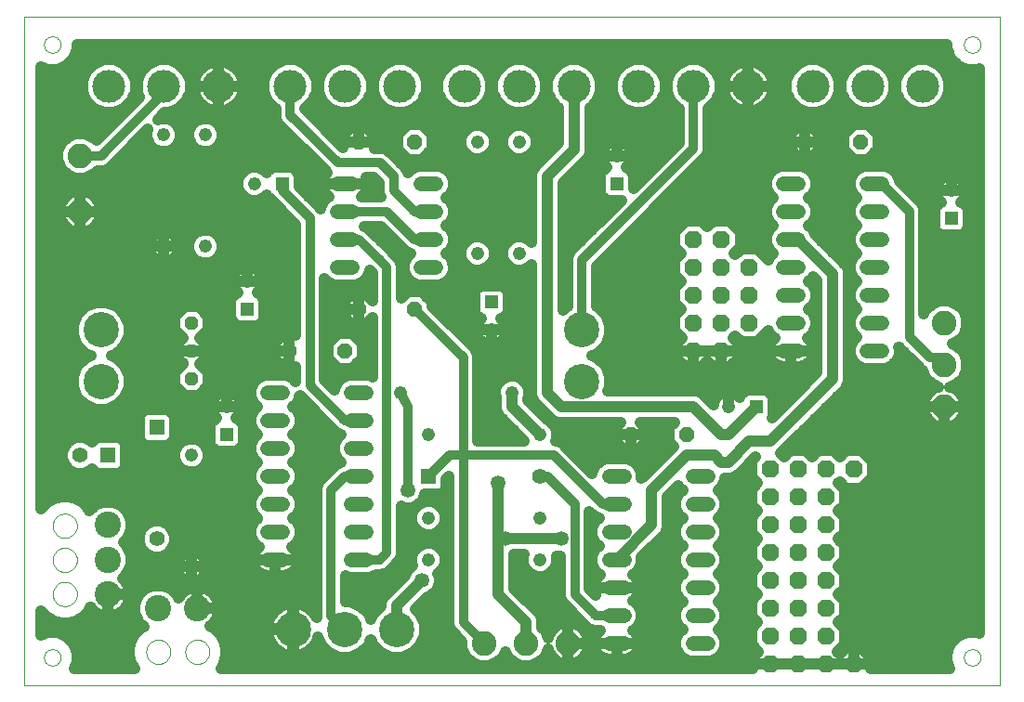
<source format=gtl>
G75*
G70*
%OFA0B0*%
%FSLAX24Y24*%
%IPPOS*%
%LPD*%
%AMOC8*
5,1,8,0,0,1.08239X$1,22.5*
%
%ADD10C,0.0000*%
%ADD11C,0.0520*%
%ADD12R,0.0476X0.0476*%
%ADD13C,0.0476*%
%ADD14C,0.1181*%
%ADD15OC8,0.0520*%
%ADD16R,0.0560X0.0560*%
%ADD17C,0.0560*%
%ADD18C,0.1266*%
%ADD19OC8,0.0630*%
%ADD20OC8,0.0476*%
%ADD21C,0.0554*%
%ADD22R,0.0554X0.0554*%
%ADD23C,0.0945*%
%ADD24C,0.0886*%
%ADD25C,0.0400*%
%ADD26C,0.0320*%
%ADD27C,0.0531*%
D10*
X000302Y000806D02*
X000302Y024806D01*
X035302Y024806D01*
X035302Y000806D01*
X000302Y000806D01*
X001007Y001806D02*
X001009Y001840D01*
X001015Y001874D01*
X001025Y001907D01*
X001038Y001938D01*
X001056Y001968D01*
X001076Y001996D01*
X001100Y002021D01*
X001126Y002043D01*
X001154Y002061D01*
X001185Y002077D01*
X001217Y002089D01*
X001251Y002097D01*
X001285Y002101D01*
X001319Y002101D01*
X001353Y002097D01*
X001387Y002089D01*
X001419Y002077D01*
X001449Y002061D01*
X001478Y002043D01*
X001504Y002021D01*
X001528Y001996D01*
X001548Y001968D01*
X001566Y001938D01*
X001579Y001907D01*
X001589Y001874D01*
X001595Y001840D01*
X001597Y001806D01*
X001595Y001772D01*
X001589Y001738D01*
X001579Y001705D01*
X001566Y001674D01*
X001548Y001644D01*
X001528Y001616D01*
X001504Y001591D01*
X001478Y001569D01*
X001450Y001551D01*
X001419Y001535D01*
X001387Y001523D01*
X001353Y001515D01*
X001319Y001511D01*
X001285Y001511D01*
X001251Y001515D01*
X001217Y001523D01*
X001185Y001535D01*
X001154Y001551D01*
X001126Y001569D01*
X001100Y001591D01*
X001076Y001616D01*
X001056Y001644D01*
X001038Y001674D01*
X001025Y001705D01*
X001015Y001738D01*
X001009Y001772D01*
X001007Y001806D01*
X001319Y004081D02*
X001321Y004122D01*
X001327Y004163D01*
X001337Y004203D01*
X001350Y004242D01*
X001367Y004279D01*
X001388Y004315D01*
X001412Y004349D01*
X001439Y004380D01*
X001468Y004408D01*
X001501Y004434D01*
X001535Y004456D01*
X001572Y004475D01*
X001610Y004490D01*
X001650Y004502D01*
X001690Y004510D01*
X001731Y004514D01*
X001773Y004514D01*
X001814Y004510D01*
X001854Y004502D01*
X001894Y004490D01*
X001932Y004475D01*
X001968Y004456D01*
X002003Y004434D01*
X002036Y004408D01*
X002065Y004380D01*
X002092Y004349D01*
X002116Y004315D01*
X002137Y004279D01*
X002154Y004242D01*
X002167Y004203D01*
X002177Y004163D01*
X002183Y004122D01*
X002185Y004081D01*
X002183Y004040D01*
X002177Y003999D01*
X002167Y003959D01*
X002154Y003920D01*
X002137Y003883D01*
X002116Y003847D01*
X002092Y003813D01*
X002065Y003782D01*
X002036Y003754D01*
X002003Y003728D01*
X001969Y003706D01*
X001932Y003687D01*
X001894Y003672D01*
X001854Y003660D01*
X001814Y003652D01*
X001773Y003648D01*
X001731Y003648D01*
X001690Y003652D01*
X001650Y003660D01*
X001610Y003672D01*
X001572Y003687D01*
X001536Y003706D01*
X001501Y003728D01*
X001468Y003754D01*
X001439Y003782D01*
X001412Y003813D01*
X001388Y003847D01*
X001367Y003883D01*
X001350Y003920D01*
X001337Y003959D01*
X001327Y003999D01*
X001321Y004040D01*
X001319Y004081D01*
X001319Y005306D02*
X001321Y005347D01*
X001327Y005388D01*
X001337Y005428D01*
X001350Y005467D01*
X001367Y005504D01*
X001388Y005540D01*
X001412Y005574D01*
X001439Y005605D01*
X001468Y005633D01*
X001501Y005659D01*
X001535Y005681D01*
X001572Y005700D01*
X001610Y005715D01*
X001650Y005727D01*
X001690Y005735D01*
X001731Y005739D01*
X001773Y005739D01*
X001814Y005735D01*
X001854Y005727D01*
X001894Y005715D01*
X001932Y005700D01*
X001968Y005681D01*
X002003Y005659D01*
X002036Y005633D01*
X002065Y005605D01*
X002092Y005574D01*
X002116Y005540D01*
X002137Y005504D01*
X002154Y005467D01*
X002167Y005428D01*
X002177Y005388D01*
X002183Y005347D01*
X002185Y005306D01*
X002183Y005265D01*
X002177Y005224D01*
X002167Y005184D01*
X002154Y005145D01*
X002137Y005108D01*
X002116Y005072D01*
X002092Y005038D01*
X002065Y005007D01*
X002036Y004979D01*
X002003Y004953D01*
X001969Y004931D01*
X001932Y004912D01*
X001894Y004897D01*
X001854Y004885D01*
X001814Y004877D01*
X001773Y004873D01*
X001731Y004873D01*
X001690Y004877D01*
X001650Y004885D01*
X001610Y004897D01*
X001572Y004912D01*
X001536Y004931D01*
X001501Y004953D01*
X001468Y004979D01*
X001439Y005007D01*
X001412Y005038D01*
X001388Y005072D01*
X001367Y005108D01*
X001350Y005145D01*
X001337Y005184D01*
X001327Y005224D01*
X001321Y005265D01*
X001319Y005306D01*
X001319Y006531D02*
X001321Y006572D01*
X001327Y006613D01*
X001337Y006653D01*
X001350Y006692D01*
X001367Y006729D01*
X001388Y006765D01*
X001412Y006799D01*
X001439Y006830D01*
X001468Y006858D01*
X001501Y006884D01*
X001535Y006906D01*
X001572Y006925D01*
X001610Y006940D01*
X001650Y006952D01*
X001690Y006960D01*
X001731Y006964D01*
X001773Y006964D01*
X001814Y006960D01*
X001854Y006952D01*
X001894Y006940D01*
X001932Y006925D01*
X001968Y006906D01*
X002003Y006884D01*
X002036Y006858D01*
X002065Y006830D01*
X002092Y006799D01*
X002116Y006765D01*
X002137Y006729D01*
X002154Y006692D01*
X002167Y006653D01*
X002177Y006613D01*
X002183Y006572D01*
X002185Y006531D01*
X002183Y006490D01*
X002177Y006449D01*
X002167Y006409D01*
X002154Y006370D01*
X002137Y006333D01*
X002116Y006297D01*
X002092Y006263D01*
X002065Y006232D01*
X002036Y006204D01*
X002003Y006178D01*
X001969Y006156D01*
X001932Y006137D01*
X001894Y006122D01*
X001854Y006110D01*
X001814Y006102D01*
X001773Y006098D01*
X001731Y006098D01*
X001690Y006102D01*
X001650Y006110D01*
X001610Y006122D01*
X001572Y006137D01*
X001536Y006156D01*
X001501Y006178D01*
X001468Y006204D01*
X001439Y006232D01*
X001412Y006263D01*
X001388Y006297D01*
X001367Y006333D01*
X001350Y006370D01*
X001337Y006409D01*
X001327Y006449D01*
X001321Y006490D01*
X001319Y006531D01*
X004669Y002006D02*
X004671Y002047D01*
X004677Y002088D01*
X004687Y002128D01*
X004700Y002167D01*
X004717Y002204D01*
X004738Y002240D01*
X004762Y002274D01*
X004789Y002305D01*
X004818Y002333D01*
X004851Y002359D01*
X004885Y002381D01*
X004922Y002400D01*
X004960Y002415D01*
X005000Y002427D01*
X005040Y002435D01*
X005081Y002439D01*
X005123Y002439D01*
X005164Y002435D01*
X005204Y002427D01*
X005244Y002415D01*
X005282Y002400D01*
X005318Y002381D01*
X005353Y002359D01*
X005386Y002333D01*
X005415Y002305D01*
X005442Y002274D01*
X005466Y002240D01*
X005487Y002204D01*
X005504Y002167D01*
X005517Y002128D01*
X005527Y002088D01*
X005533Y002047D01*
X005535Y002006D01*
X005533Y001965D01*
X005527Y001924D01*
X005517Y001884D01*
X005504Y001845D01*
X005487Y001808D01*
X005466Y001772D01*
X005442Y001738D01*
X005415Y001707D01*
X005386Y001679D01*
X005353Y001653D01*
X005319Y001631D01*
X005282Y001612D01*
X005244Y001597D01*
X005204Y001585D01*
X005164Y001577D01*
X005123Y001573D01*
X005081Y001573D01*
X005040Y001577D01*
X005000Y001585D01*
X004960Y001597D01*
X004922Y001612D01*
X004886Y001631D01*
X004851Y001653D01*
X004818Y001679D01*
X004789Y001707D01*
X004762Y001738D01*
X004738Y001772D01*
X004717Y001808D01*
X004700Y001845D01*
X004687Y001884D01*
X004677Y001924D01*
X004671Y001965D01*
X004669Y002006D01*
X006069Y002006D02*
X006071Y002047D01*
X006077Y002088D01*
X006087Y002128D01*
X006100Y002167D01*
X006117Y002204D01*
X006138Y002240D01*
X006162Y002274D01*
X006189Y002305D01*
X006218Y002333D01*
X006251Y002359D01*
X006285Y002381D01*
X006322Y002400D01*
X006360Y002415D01*
X006400Y002427D01*
X006440Y002435D01*
X006481Y002439D01*
X006523Y002439D01*
X006564Y002435D01*
X006604Y002427D01*
X006644Y002415D01*
X006682Y002400D01*
X006718Y002381D01*
X006753Y002359D01*
X006786Y002333D01*
X006815Y002305D01*
X006842Y002274D01*
X006866Y002240D01*
X006887Y002204D01*
X006904Y002167D01*
X006917Y002128D01*
X006927Y002088D01*
X006933Y002047D01*
X006935Y002006D01*
X006933Y001965D01*
X006927Y001924D01*
X006917Y001884D01*
X006904Y001845D01*
X006887Y001808D01*
X006866Y001772D01*
X006842Y001738D01*
X006815Y001707D01*
X006786Y001679D01*
X006753Y001653D01*
X006719Y001631D01*
X006682Y001612D01*
X006644Y001597D01*
X006604Y001585D01*
X006564Y001577D01*
X006523Y001573D01*
X006481Y001573D01*
X006440Y001577D01*
X006400Y001585D01*
X006360Y001597D01*
X006322Y001612D01*
X006286Y001631D01*
X006251Y001653D01*
X006218Y001679D01*
X006189Y001707D01*
X006162Y001738D01*
X006138Y001772D01*
X006117Y001808D01*
X006100Y001845D01*
X006087Y001884D01*
X006077Y001924D01*
X006071Y001965D01*
X006069Y002006D01*
X034007Y001806D02*
X034009Y001840D01*
X034015Y001874D01*
X034025Y001907D01*
X034038Y001938D01*
X034056Y001968D01*
X034076Y001996D01*
X034100Y002021D01*
X034126Y002043D01*
X034154Y002061D01*
X034185Y002077D01*
X034217Y002089D01*
X034251Y002097D01*
X034285Y002101D01*
X034319Y002101D01*
X034353Y002097D01*
X034387Y002089D01*
X034419Y002077D01*
X034449Y002061D01*
X034478Y002043D01*
X034504Y002021D01*
X034528Y001996D01*
X034548Y001968D01*
X034566Y001938D01*
X034579Y001907D01*
X034589Y001874D01*
X034595Y001840D01*
X034597Y001806D01*
X034595Y001772D01*
X034589Y001738D01*
X034579Y001705D01*
X034566Y001674D01*
X034548Y001644D01*
X034528Y001616D01*
X034504Y001591D01*
X034478Y001569D01*
X034450Y001551D01*
X034419Y001535D01*
X034387Y001523D01*
X034353Y001515D01*
X034319Y001511D01*
X034285Y001511D01*
X034251Y001515D01*
X034217Y001523D01*
X034185Y001535D01*
X034154Y001551D01*
X034126Y001569D01*
X034100Y001591D01*
X034076Y001616D01*
X034056Y001644D01*
X034038Y001674D01*
X034025Y001705D01*
X034015Y001738D01*
X034009Y001772D01*
X034007Y001806D01*
X034007Y023806D02*
X034009Y023840D01*
X034015Y023874D01*
X034025Y023907D01*
X034038Y023938D01*
X034056Y023968D01*
X034076Y023996D01*
X034100Y024021D01*
X034126Y024043D01*
X034154Y024061D01*
X034185Y024077D01*
X034217Y024089D01*
X034251Y024097D01*
X034285Y024101D01*
X034319Y024101D01*
X034353Y024097D01*
X034387Y024089D01*
X034419Y024077D01*
X034449Y024061D01*
X034478Y024043D01*
X034504Y024021D01*
X034528Y023996D01*
X034548Y023968D01*
X034566Y023938D01*
X034579Y023907D01*
X034589Y023874D01*
X034595Y023840D01*
X034597Y023806D01*
X034595Y023772D01*
X034589Y023738D01*
X034579Y023705D01*
X034566Y023674D01*
X034548Y023644D01*
X034528Y023616D01*
X034504Y023591D01*
X034478Y023569D01*
X034450Y023551D01*
X034419Y023535D01*
X034387Y023523D01*
X034353Y023515D01*
X034319Y023511D01*
X034285Y023511D01*
X034251Y023515D01*
X034217Y023523D01*
X034185Y023535D01*
X034154Y023551D01*
X034126Y023569D01*
X034100Y023591D01*
X034076Y023616D01*
X034056Y023644D01*
X034038Y023674D01*
X034025Y023705D01*
X034015Y023738D01*
X034009Y023772D01*
X034007Y023806D01*
X001007Y023806D02*
X001009Y023840D01*
X001015Y023874D01*
X001025Y023907D01*
X001038Y023938D01*
X001056Y023968D01*
X001076Y023996D01*
X001100Y024021D01*
X001126Y024043D01*
X001154Y024061D01*
X001185Y024077D01*
X001217Y024089D01*
X001251Y024097D01*
X001285Y024101D01*
X001319Y024101D01*
X001353Y024097D01*
X001387Y024089D01*
X001419Y024077D01*
X001449Y024061D01*
X001478Y024043D01*
X001504Y024021D01*
X001528Y023996D01*
X001548Y023968D01*
X001566Y023938D01*
X001579Y023907D01*
X001589Y023874D01*
X001595Y023840D01*
X001597Y023806D01*
X001595Y023772D01*
X001589Y023738D01*
X001579Y023705D01*
X001566Y023674D01*
X001548Y023644D01*
X001528Y023616D01*
X001504Y023591D01*
X001478Y023569D01*
X001450Y023551D01*
X001419Y023535D01*
X001387Y023523D01*
X001353Y023515D01*
X001319Y023511D01*
X001285Y023511D01*
X001251Y023515D01*
X001217Y023523D01*
X001185Y023535D01*
X001154Y023551D01*
X001126Y023569D01*
X001100Y023591D01*
X001076Y023616D01*
X001056Y023644D01*
X001038Y023674D01*
X001025Y023705D01*
X001015Y023738D01*
X001009Y023772D01*
X001007Y023806D01*
D11*
X011542Y018806D02*
X012062Y018806D01*
X012062Y017806D02*
X011542Y017806D01*
X011542Y016806D02*
X012062Y016806D01*
X012062Y015806D02*
X011542Y015806D01*
X014542Y015806D02*
X015062Y015806D01*
X015062Y016806D02*
X014542Y016806D01*
X014542Y017806D02*
X015062Y017806D01*
X015062Y018806D02*
X014542Y018806D01*
X012562Y011306D02*
X012042Y011306D01*
X012042Y010306D02*
X012562Y010306D01*
X012562Y009306D02*
X012042Y009306D01*
X012042Y008306D02*
X012562Y008306D01*
X012562Y007306D02*
X012042Y007306D01*
X012042Y006306D02*
X012562Y006306D01*
X012562Y005306D02*
X012042Y005306D01*
X009562Y005306D02*
X009042Y005306D01*
X009042Y006306D02*
X009562Y006306D01*
X009562Y007306D02*
X009042Y007306D01*
X009042Y008306D02*
X009562Y008306D01*
X009562Y009306D02*
X009042Y009306D01*
X009042Y010306D02*
X009562Y010306D01*
X009562Y011306D02*
X009042Y011306D01*
X021292Y008306D02*
X021812Y008306D01*
X021812Y007306D02*
X021292Y007306D01*
X021292Y006306D02*
X021812Y006306D01*
X021812Y005306D02*
X021292Y005306D01*
X021292Y004306D02*
X021812Y004306D01*
X021812Y003306D02*
X021292Y003306D01*
X021292Y002306D02*
X021812Y002306D01*
X024292Y002306D02*
X024812Y002306D01*
X024812Y003306D02*
X024292Y003306D01*
X024292Y004306D02*
X024812Y004306D01*
X024812Y005306D02*
X024292Y005306D01*
X024292Y006306D02*
X024812Y006306D01*
X024812Y007306D02*
X024292Y007306D01*
X024292Y008306D02*
X024812Y008306D01*
X027542Y012806D02*
X028062Y012806D01*
X028062Y013806D02*
X027542Y013806D01*
X027542Y014806D02*
X028062Y014806D01*
X028062Y015806D02*
X027542Y015806D01*
X027542Y016806D02*
X028062Y016806D01*
X028062Y017806D02*
X027542Y017806D01*
X027542Y018806D02*
X028062Y018806D01*
X030542Y018806D02*
X031062Y018806D01*
X031062Y017806D02*
X030542Y017806D01*
X030542Y016806D02*
X031062Y016806D01*
X031062Y015806D02*
X030542Y015806D01*
X030542Y014806D02*
X031062Y014806D01*
X031062Y013806D02*
X030542Y013806D01*
X030542Y012806D02*
X031062Y012806D01*
D12*
X026552Y010806D03*
X033552Y017556D03*
X021552Y018806D03*
X017052Y014556D03*
X009552Y018806D03*
X008302Y014306D03*
X007552Y009806D03*
D13*
X007552Y010806D03*
X006302Y009056D03*
X006302Y005056D03*
X014802Y005306D03*
X014802Y006806D03*
X018802Y006806D03*
X018802Y005306D03*
X018802Y009806D03*
X017802Y011306D03*
X014802Y009806D03*
X013802Y011306D03*
X017052Y013556D03*
X016552Y016306D03*
X018052Y016306D03*
X021552Y019806D03*
X018052Y020306D03*
X016552Y020306D03*
X008552Y018806D03*
X006802Y020556D03*
X005302Y020556D03*
X005302Y016556D03*
X006802Y016556D03*
X008302Y015306D03*
X025552Y010806D03*
X033552Y018556D03*
D14*
X032521Y022306D03*
X030552Y022306D03*
X028584Y022306D03*
X026271Y022306D03*
X024302Y022306D03*
X022334Y022306D03*
X020021Y022306D03*
X018052Y022306D03*
X016084Y022306D03*
X013771Y022306D03*
X011802Y022306D03*
X009834Y022306D03*
X007271Y022306D03*
X005302Y022306D03*
X003334Y022306D03*
D15*
X012302Y020306D03*
X014302Y020306D03*
X014302Y014306D03*
X012302Y014306D03*
X011802Y012806D03*
X009802Y012806D03*
X022052Y009806D03*
X024052Y009806D03*
X028302Y020306D03*
X030302Y020306D03*
D16*
X014802Y008306D03*
X005052Y010056D03*
D17*
X005052Y006056D03*
X018802Y008306D03*
D18*
X020302Y011706D03*
X020302Y013556D03*
X013653Y002806D03*
X011802Y002806D03*
X009952Y002806D03*
X003052Y011706D03*
X003052Y013556D03*
D19*
X024302Y013806D03*
X025302Y013806D03*
X026302Y013806D03*
X026302Y014806D03*
X025302Y014806D03*
X024302Y014806D03*
X024302Y015806D03*
X025302Y015806D03*
X026302Y015806D03*
X025302Y016806D03*
X024302Y016806D03*
X024302Y012806D03*
X025302Y012806D03*
X027052Y008556D03*
X028052Y008556D03*
X029052Y008556D03*
X030052Y008556D03*
X029052Y007556D03*
X028052Y007556D03*
X027052Y007556D03*
X027052Y006556D03*
X028052Y006556D03*
X029052Y006556D03*
X029052Y005556D03*
X028052Y005556D03*
X027052Y005556D03*
X027052Y004556D03*
X028052Y004556D03*
X029052Y004556D03*
X029052Y003556D03*
X028052Y003556D03*
X027052Y003556D03*
X027052Y002556D03*
X028052Y002556D03*
X029052Y002556D03*
X029052Y001556D03*
X028052Y001556D03*
X027052Y001556D03*
X030052Y001556D03*
D20*
X006302Y011806D03*
X006302Y012806D03*
X006302Y013806D03*
D21*
X002302Y009056D03*
D22*
X003302Y009056D03*
D23*
X003302Y006556D03*
X003302Y005306D03*
X003302Y004056D03*
X005102Y003556D03*
X006502Y003556D03*
D24*
X016802Y002306D03*
X018302Y002306D03*
X019802Y002306D03*
X033302Y010806D03*
X033302Y012306D03*
X033302Y013806D03*
X002302Y017806D03*
X002302Y019806D03*
D25*
X002877Y020367D02*
X002757Y020487D01*
X002462Y020609D01*
X002143Y020609D01*
X001848Y020487D01*
X001622Y020261D01*
X001499Y019966D01*
X001499Y019647D01*
X001622Y019351D01*
X001848Y019126D01*
X002143Y019003D01*
X002462Y019003D01*
X002757Y019126D01*
X002918Y019286D01*
X003156Y019286D01*
X003347Y019365D01*
X003493Y019512D01*
X004739Y020757D01*
X004705Y020675D01*
X004705Y020437D01*
X004796Y020218D01*
X004964Y020049D01*
X005183Y019959D01*
X005421Y019959D01*
X005641Y020049D01*
X005809Y020218D01*
X005900Y020437D01*
X005900Y020675D01*
X005809Y020895D01*
X005641Y021063D01*
X005421Y021154D01*
X005183Y021154D01*
X005101Y021120D01*
X005337Y021356D01*
X005491Y021356D01*
X005841Y021500D01*
X006108Y021768D01*
X006253Y022117D01*
X006253Y022495D01*
X006108Y022845D01*
X005841Y023112D01*
X005491Y023257D01*
X005113Y023257D01*
X004764Y023112D01*
X004497Y022845D01*
X004352Y022495D01*
X004352Y022117D01*
X004433Y021922D01*
X002877Y020367D01*
X003244Y020733D02*
X000902Y020733D01*
X000902Y021132D02*
X003643Y021132D01*
X003523Y021356D02*
X003872Y021500D01*
X004140Y021768D01*
X004284Y022117D01*
X004284Y022495D01*
X004140Y022845D01*
X003872Y023112D01*
X003523Y023257D01*
X003145Y023257D01*
X002795Y023112D01*
X002528Y022845D01*
X002383Y022495D01*
X002383Y022117D01*
X002528Y021768D01*
X002795Y021500D01*
X003145Y021356D01*
X003523Y021356D01*
X003902Y021531D02*
X004041Y021531D01*
X004206Y021929D02*
X004430Y021929D01*
X004352Y022328D02*
X004284Y022328D01*
X004189Y022726D02*
X004447Y022726D01*
X004794Y023125D02*
X003842Y023125D01*
X002826Y023125D02*
X001887Y023125D01*
X001809Y023047D02*
X002061Y023299D01*
X002198Y023628D01*
X002198Y023806D01*
X033407Y023806D01*
X033407Y023628D01*
X033543Y023299D01*
X033795Y023047D01*
X034124Y022911D01*
X034480Y022911D01*
X034552Y022941D01*
X034552Y002672D01*
X034480Y002702D01*
X034124Y002702D01*
X033795Y002565D01*
X033543Y002313D01*
X033407Y001984D01*
X033407Y001628D01*
X033499Y001406D01*
X030667Y001406D01*
X030667Y001556D01*
X030053Y001556D01*
X030053Y001556D01*
X030667Y001556D01*
X030667Y001811D01*
X030307Y002171D01*
X030053Y002171D01*
X030053Y001557D01*
X030052Y001557D01*
X030052Y002171D01*
X029798Y002171D01*
X029552Y001926D01*
X029464Y002014D01*
X029727Y002277D01*
X029727Y002836D01*
X029507Y003056D01*
X029727Y003277D01*
X029727Y003836D01*
X029507Y004056D01*
X029727Y004277D01*
X029727Y004836D01*
X029507Y005056D01*
X029727Y005277D01*
X029727Y005836D01*
X029507Y006056D01*
X029727Y006277D01*
X029727Y006836D01*
X029507Y007056D01*
X029727Y007277D01*
X029727Y007836D01*
X029507Y008056D01*
X029552Y008102D01*
X029773Y007881D01*
X030332Y007881D01*
X030727Y008277D01*
X030727Y008836D01*
X030332Y009231D01*
X029773Y009231D01*
X029552Y009011D01*
X029332Y009231D01*
X028773Y009231D01*
X028552Y009011D01*
X028332Y009231D01*
X027773Y009231D01*
X027552Y009011D01*
X027426Y009138D01*
X027527Y009239D01*
X028777Y010489D01*
X029777Y011489D01*
X029862Y011695D01*
X029862Y011918D01*
X029862Y015668D01*
X029777Y015874D01*
X029620Y016031D01*
X028655Y016996D01*
X028588Y017157D01*
X028439Y017306D01*
X028588Y017455D01*
X028682Y017683D01*
X028682Y017930D01*
X028588Y018157D01*
X028439Y018306D01*
X028588Y018455D01*
X028682Y018683D01*
X028682Y018930D01*
X028588Y019157D01*
X028414Y019332D01*
X028186Y019426D01*
X027419Y019426D01*
X027191Y019332D01*
X027017Y019157D01*
X026922Y018930D01*
X026922Y018683D01*
X027017Y018455D01*
X027166Y018306D01*
X027017Y018157D01*
X026922Y017930D01*
X026922Y017683D01*
X027017Y017455D01*
X027166Y017306D01*
X027017Y017157D01*
X026922Y016930D01*
X026922Y016683D01*
X027017Y016455D01*
X027166Y016306D01*
X027017Y016157D01*
X026977Y016062D01*
X026977Y016086D01*
X026582Y016481D01*
X026023Y016481D01*
X025802Y016261D01*
X025757Y016306D01*
X025977Y016527D01*
X025977Y017086D01*
X025582Y017481D01*
X025023Y017481D01*
X024802Y017261D01*
X024582Y017481D01*
X024023Y017481D01*
X023627Y017086D01*
X023627Y016527D01*
X023848Y016306D01*
X023627Y016086D01*
X023627Y015527D01*
X023848Y015306D01*
X023627Y015086D01*
X023627Y014527D01*
X023848Y014306D01*
X023627Y014086D01*
X023627Y013527D01*
X023890Y013264D01*
X023687Y013061D01*
X023687Y012806D01*
X023687Y012552D01*
X024048Y012191D01*
X024302Y012191D01*
X024302Y012806D01*
X023687Y012806D01*
X024302Y012806D01*
X024302Y012806D01*
X024303Y012806D01*
X024303Y012806D01*
X024687Y012806D01*
X025302Y012806D01*
X025302Y012806D01*
X025303Y012806D01*
X025303Y012806D01*
X025917Y012806D01*
X025917Y012552D01*
X025557Y012191D01*
X025303Y012191D01*
X025303Y012806D01*
X025917Y012806D01*
X025917Y013061D01*
X025714Y013264D01*
X025802Y013352D01*
X026023Y013131D01*
X026582Y013131D01*
X026977Y013527D01*
X026977Y013550D01*
X027017Y013455D01*
X027191Y013281D01*
X027224Y013267D01*
X027178Y013233D01*
X027115Y013171D01*
X027063Y013100D01*
X027023Y013021D01*
X026996Y012937D01*
X026982Y012850D01*
X026982Y012806D01*
X026982Y012762D01*
X026996Y012675D01*
X027023Y012591D01*
X027063Y012513D01*
X027115Y012441D01*
X027178Y012379D01*
X027249Y012327D01*
X027327Y012287D01*
X027411Y012260D01*
X027498Y012246D01*
X027802Y012246D01*
X027802Y012806D01*
X026982Y012806D01*
X027802Y012806D01*
X027802Y012806D01*
X027803Y012806D01*
X027803Y012806D01*
X028622Y012806D01*
X028622Y012762D01*
X028609Y012675D01*
X028581Y012591D01*
X028541Y012513D01*
X028489Y012441D01*
X028427Y012379D01*
X028356Y012327D01*
X028277Y012287D01*
X028194Y012260D01*
X028106Y012246D01*
X027803Y012246D01*
X027803Y012806D01*
X028622Y012806D01*
X028622Y012850D01*
X028609Y012937D01*
X028581Y013021D01*
X028541Y013100D01*
X028489Y013171D01*
X028427Y013233D01*
X028381Y013267D01*
X028414Y013281D01*
X028588Y013455D01*
X028682Y013683D01*
X028682Y013930D01*
X028588Y014157D01*
X028439Y014306D01*
X028588Y014455D01*
X028682Y014683D01*
X028682Y014930D01*
X028588Y015157D01*
X028439Y015306D01*
X028588Y015455D01*
X028595Y015472D01*
X028742Y015324D01*
X028742Y012038D01*
X027985Y011281D01*
X027114Y010410D01*
X027150Y010497D01*
X027150Y011116D01*
X027095Y011248D01*
X026994Y011349D01*
X026862Y011404D01*
X026243Y011404D01*
X026111Y011349D01*
X026009Y011248D01*
X025968Y011149D01*
X025963Y011157D01*
X025903Y011216D01*
X025834Y011266D01*
X025759Y011305D01*
X025678Y011331D01*
X025595Y011344D01*
X025553Y011344D01*
X025553Y010807D01*
X025552Y010807D01*
X025552Y011344D01*
X025510Y011344D01*
X025426Y011331D01*
X025346Y011305D01*
X025270Y011266D01*
X025202Y011216D01*
X025142Y011157D01*
X025092Y011088D01*
X025054Y011013D01*
X025028Y010932D01*
X025020Y010881D01*
X024620Y011281D01*
X024414Y011366D01*
X024191Y011366D01*
X021237Y011366D01*
X021295Y011508D01*
X021295Y011903D01*
X021144Y012268D01*
X020865Y012548D01*
X020664Y012631D01*
X020865Y012714D01*
X021144Y012994D01*
X021295Y013359D01*
X021295Y013754D01*
X021144Y014119D01*
X020865Y014398D01*
X020822Y014416D01*
X020822Y015841D01*
X024743Y019762D01*
X024822Y019953D01*
X024822Y020160D01*
X024822Y021493D01*
X024841Y021500D01*
X025108Y021768D01*
X025253Y022117D01*
X025253Y022495D01*
X025108Y022845D01*
X024841Y023112D01*
X024491Y023257D01*
X024113Y023257D01*
X023764Y023112D01*
X023497Y022845D01*
X023352Y022495D01*
X023352Y022117D01*
X023497Y021768D01*
X023764Y021500D01*
X023782Y021493D01*
X023782Y020272D01*
X022150Y018639D01*
X022150Y019116D01*
X022095Y019248D01*
X021994Y019349D01*
X021895Y019390D01*
X021903Y019396D01*
X021963Y019456D01*
X022012Y019524D01*
X022051Y019600D01*
X022077Y019680D01*
X022090Y019764D01*
X022090Y019806D01*
X021553Y019806D01*
X021553Y019806D01*
X022090Y019806D01*
X022090Y019849D01*
X022077Y019932D01*
X022051Y020013D01*
X022012Y020088D01*
X021963Y020157D01*
X021903Y020216D01*
X021834Y020266D01*
X021759Y020305D01*
X021678Y020331D01*
X021595Y020344D01*
X021553Y020344D01*
X021553Y019807D01*
X021552Y019807D01*
X021552Y020344D01*
X021510Y020344D01*
X021426Y020331D01*
X021346Y020305D01*
X021270Y020266D01*
X021202Y020216D01*
X021142Y020157D01*
X021092Y020088D01*
X021054Y020013D01*
X021028Y019932D01*
X021015Y019849D01*
X021015Y019806D01*
X021015Y019764D01*
X021028Y019680D01*
X021054Y019600D01*
X021092Y019524D01*
X021142Y019456D01*
X021202Y019396D01*
X021210Y019390D01*
X021111Y019349D01*
X021009Y019248D01*
X020955Y019116D01*
X020955Y018497D01*
X021009Y018365D01*
X021111Y018263D01*
X021243Y018209D01*
X021719Y018209D01*
X020008Y016497D01*
X019862Y016351D01*
X019782Y016160D01*
X019782Y014416D01*
X019740Y014398D01*
X019612Y014271D01*
X019612Y018824D01*
X020496Y019708D01*
X020581Y019913D01*
X020581Y020136D01*
X020581Y021522D01*
X020827Y021768D01*
X020971Y022117D01*
X020971Y022495D01*
X020827Y022845D01*
X020559Y023112D01*
X020210Y023257D01*
X019832Y023257D01*
X019482Y023112D01*
X019215Y022845D01*
X019070Y022495D01*
X019070Y022117D01*
X019215Y021768D01*
X019461Y021522D01*
X019461Y020257D01*
X018735Y019531D01*
X018578Y019374D01*
X018492Y019168D01*
X018492Y016712D01*
X018391Y016813D01*
X018171Y016904D01*
X017933Y016904D01*
X017714Y016813D01*
X017546Y016645D01*
X017455Y016425D01*
X017455Y016187D01*
X017546Y015968D01*
X017714Y015799D01*
X017933Y015709D01*
X018171Y015709D01*
X018391Y015799D01*
X018492Y015901D01*
X018492Y011418D01*
X018492Y011195D01*
X018578Y010989D01*
X019078Y010489D01*
X019235Y010332D01*
X019441Y010246D01*
X021700Y010246D01*
X021492Y010038D01*
X021492Y009806D01*
X021492Y009574D01*
X019411Y009574D01*
X019406Y009576D02*
X019354Y009576D01*
X019400Y009687D01*
X019400Y009925D01*
X019309Y010145D01*
X019141Y010313D01*
X019050Y010351D01*
X018362Y011038D01*
X018362Y011096D01*
X018400Y011187D01*
X018400Y011425D01*
X018309Y011645D01*
X018141Y011813D01*
X017921Y011904D01*
X017683Y011904D01*
X017464Y011813D01*
X017296Y011645D01*
X017205Y011425D01*
X017205Y011187D01*
X017242Y011096D01*
X017242Y010918D01*
X017242Y010695D01*
X017328Y010489D01*
X018240Y009576D01*
X016572Y009576D01*
X016572Y012660D01*
X016493Y012851D01*
X016347Y012997D01*
X014922Y014422D01*
X014922Y014563D01*
X014559Y014926D01*
X014046Y014926D01*
X013822Y014703D01*
X013822Y015910D01*
X013743Y016101D01*
X013597Y016247D01*
X013347Y016497D01*
X012597Y017247D01*
X012502Y017286D01*
X013087Y017286D01*
X014008Y016365D01*
X014161Y016302D01*
X014017Y016157D01*
X013922Y015930D01*
X013922Y015683D01*
X014017Y015455D01*
X014191Y015281D01*
X014419Y015186D01*
X015186Y015186D01*
X015414Y015281D01*
X015588Y015455D01*
X015682Y015683D01*
X015682Y015930D01*
X015588Y016157D01*
X015439Y016306D01*
X015588Y016455D01*
X015682Y016683D01*
X015682Y016930D01*
X015588Y017157D01*
X015439Y017306D01*
X015588Y017455D01*
X015682Y017683D01*
X015682Y017930D01*
X015588Y018157D01*
X015439Y018306D01*
X015588Y018455D01*
X015682Y018683D01*
X015682Y018930D01*
X015588Y019157D01*
X015414Y019332D01*
X015186Y019426D01*
X014419Y019426D01*
X014191Y019332D01*
X014057Y019197D01*
X013993Y019351D01*
X013847Y019497D01*
X013347Y019997D01*
X013156Y020076D01*
X012949Y020076D01*
X012862Y020076D01*
X012862Y020306D01*
X012303Y020306D01*
X012303Y020306D01*
X012862Y020306D01*
X012862Y020538D01*
X012534Y020866D01*
X012303Y020866D01*
X012303Y020307D01*
X012302Y020307D01*
X012302Y020866D01*
X012070Y020866D01*
X011742Y020538D01*
X011742Y020306D01*
X011742Y020102D01*
X010354Y021490D01*
X010354Y021493D01*
X010372Y021500D01*
X010640Y021768D01*
X010784Y022117D01*
X010784Y022495D01*
X010640Y022845D01*
X010372Y023112D01*
X010023Y023257D01*
X009645Y023257D01*
X009295Y023112D01*
X009028Y022845D01*
X008883Y022495D01*
X008883Y022117D01*
X009028Y021768D01*
X009295Y021500D01*
X009314Y021493D01*
X009314Y021378D01*
X009314Y021171D01*
X009393Y020980D01*
X011112Y019262D01*
X011159Y019215D01*
X011115Y019171D01*
X011063Y019100D01*
X011023Y019021D01*
X010996Y018937D01*
X010982Y018850D01*
X010982Y018806D01*
X010982Y018762D01*
X010996Y018675D01*
X011023Y018591D01*
X011063Y018513D01*
X011115Y018441D01*
X011178Y018379D01*
X011224Y018345D01*
X011191Y018332D01*
X011017Y018157D01*
X010922Y017930D01*
X010922Y017922D01*
X010847Y017997D01*
X010847Y017997D01*
X010150Y018694D01*
X010150Y019116D01*
X010095Y019248D01*
X009994Y019349D01*
X009862Y019404D01*
X009243Y019404D01*
X009111Y019349D01*
X009009Y019248D01*
X008994Y019210D01*
X008891Y019313D01*
X008671Y019404D01*
X008433Y019404D01*
X008214Y019313D01*
X008046Y019145D01*
X007955Y018925D01*
X007955Y018687D01*
X008046Y018468D01*
X008214Y018299D01*
X008433Y018209D01*
X008671Y018209D01*
X008891Y018299D01*
X008994Y018402D01*
X009009Y018365D01*
X009111Y018263D01*
X009112Y018262D01*
X010032Y017341D01*
X010032Y013366D01*
X009803Y013366D01*
X009803Y012807D01*
X009802Y012807D01*
X009802Y013366D01*
X009570Y013366D01*
X009242Y013038D01*
X009242Y012806D01*
X009242Y012574D01*
X009570Y012246D01*
X009802Y012246D01*
X009802Y012806D01*
X009242Y012806D01*
X009802Y012806D01*
X009802Y012806D01*
X009803Y012806D01*
X009803Y012246D01*
X010032Y012246D01*
X010032Y011713D01*
X009914Y011832D01*
X009686Y011926D01*
X008919Y011926D01*
X008691Y011832D01*
X008517Y011657D01*
X008422Y011430D01*
X008422Y011183D01*
X008517Y010955D01*
X008666Y010806D01*
X008517Y010657D01*
X008422Y010430D01*
X008422Y010183D01*
X008517Y009955D01*
X008666Y009806D01*
X008517Y009657D01*
X008422Y009430D01*
X008422Y009183D01*
X008517Y008955D01*
X008666Y008806D01*
X008517Y008657D01*
X008422Y008430D01*
X008422Y008183D01*
X008517Y007955D01*
X008666Y007806D01*
X008517Y007657D01*
X008422Y007430D01*
X008422Y007183D01*
X003853Y007183D01*
X003774Y007262D02*
X003468Y007389D01*
X003137Y007389D01*
X002831Y007262D01*
X002636Y007067D01*
X002579Y007166D01*
X002387Y007358D01*
X002151Y007494D01*
X001888Y007564D01*
X001616Y007564D01*
X001354Y007494D01*
X001118Y007358D01*
X000926Y007166D01*
X000902Y007125D01*
X000902Y023003D01*
X001124Y022911D01*
X001480Y022911D01*
X001809Y023047D01*
X002479Y022726D02*
X000902Y022726D01*
X000902Y022328D02*
X002383Y022328D01*
X002461Y021929D02*
X000902Y021929D01*
X000902Y021531D02*
X002765Y021531D01*
X001696Y020335D02*
X000902Y020335D01*
X000902Y019936D02*
X001499Y019936D01*
X001544Y019538D02*
X000902Y019538D01*
X000902Y019139D02*
X001834Y019139D01*
X002063Y018511D02*
X001973Y018474D01*
X001889Y018425D01*
X001811Y018366D01*
X001743Y018297D01*
X001683Y018220D01*
X001635Y018136D01*
X001597Y018046D01*
X001572Y017952D01*
X001559Y017855D01*
X001559Y017806D01*
X001559Y017758D01*
X001572Y017661D01*
X001597Y017567D01*
X001635Y017477D01*
X001683Y017393D01*
X001743Y017315D01*
X001811Y017247D01*
X001889Y017187D01*
X001973Y017139D01*
X002063Y017101D01*
X002157Y017076D01*
X002254Y017063D01*
X002302Y017063D01*
X002302Y017806D01*
X001559Y017806D01*
X002302Y017806D01*
X002302Y017806D01*
X002303Y017806D01*
X002303Y017806D01*
X003045Y017806D01*
X003045Y017758D01*
X003033Y017661D01*
X003007Y017567D01*
X002970Y017477D01*
X002921Y017393D01*
X002862Y017315D01*
X002793Y017247D01*
X002716Y017187D01*
X002632Y017139D01*
X002542Y017101D01*
X002448Y017076D01*
X002351Y017063D01*
X002303Y017063D01*
X002303Y017806D01*
X003045Y017806D01*
X003045Y017855D01*
X003033Y017952D01*
X003007Y018046D01*
X002970Y018136D01*
X002921Y018220D01*
X002862Y018297D01*
X002793Y018366D01*
X002716Y018425D01*
X002632Y018474D01*
X002542Y018511D01*
X002448Y018536D01*
X002351Y018549D01*
X002303Y018549D01*
X002303Y017807D01*
X002302Y017807D01*
X002302Y018549D01*
X002254Y018549D01*
X002157Y018536D01*
X002063Y018511D01*
X002302Y018342D02*
X002303Y018342D01*
X002302Y017944D02*
X002303Y017944D01*
X002817Y018342D02*
X008171Y018342D01*
X007955Y018741D02*
X000902Y018741D01*
X000902Y018342D02*
X001788Y018342D01*
X001571Y017944D02*
X000902Y017944D01*
X000902Y017545D02*
X001606Y017545D01*
X001959Y017147D02*
X000902Y017147D01*
X000902Y016748D02*
X004799Y016748D01*
X004804Y016763D02*
X004778Y016682D01*
X004765Y016599D01*
X004765Y016556D01*
X004765Y016514D01*
X004778Y016430D01*
X004804Y016350D01*
X004842Y016274D01*
X004892Y016206D01*
X004952Y016146D01*
X005020Y016096D01*
X005096Y016058D01*
X005176Y016032D01*
X005260Y016019D01*
X005302Y016019D01*
X005302Y016556D01*
X004765Y016556D01*
X005302Y016556D01*
X005302Y016556D01*
X005303Y016556D01*
X005303Y016556D01*
X005840Y016556D01*
X005840Y016514D01*
X005827Y016430D01*
X005801Y016350D01*
X005762Y016274D01*
X005713Y016206D01*
X005653Y016146D01*
X005584Y016096D01*
X005509Y016058D01*
X005428Y016032D01*
X005345Y016019D01*
X005303Y016019D01*
X005303Y016556D01*
X005840Y016556D01*
X005840Y016599D01*
X005827Y016682D01*
X005801Y016763D01*
X005762Y016838D01*
X005713Y016907D01*
X005653Y016966D01*
X005584Y017016D01*
X005509Y017055D01*
X005428Y017081D01*
X005345Y017094D01*
X005303Y017094D01*
X005303Y016557D01*
X005302Y016557D01*
X005302Y017094D01*
X005260Y017094D01*
X005176Y017081D01*
X005096Y017055D01*
X005020Y017016D01*
X004952Y016966D01*
X004892Y016907D01*
X004842Y016838D01*
X004804Y016763D01*
X005302Y016748D02*
X005303Y016748D01*
X005302Y016349D02*
X005303Y016349D01*
X004804Y016349D02*
X000902Y016349D01*
X000902Y015951D02*
X010032Y015951D01*
X010032Y016349D02*
X007364Y016349D01*
X007400Y016437D02*
X007309Y016218D01*
X007141Y016049D01*
X006921Y015959D01*
X006683Y015959D01*
X006464Y016049D01*
X006296Y016218D01*
X006205Y016437D01*
X006205Y016675D01*
X006296Y016895D01*
X006464Y017063D01*
X006683Y017154D01*
X006921Y017154D01*
X007141Y017063D01*
X007309Y016895D01*
X007400Y016675D01*
X007400Y016437D01*
X007370Y016748D02*
X010032Y016748D01*
X010032Y017147D02*
X006939Y017147D01*
X006665Y017147D02*
X002645Y017147D01*
X002303Y017147D02*
X002302Y017147D01*
X002302Y017545D02*
X002303Y017545D01*
X002998Y017545D02*
X009828Y017545D01*
X009430Y017944D02*
X003034Y017944D01*
X002771Y019139D02*
X008043Y019139D01*
X008934Y018342D02*
X009032Y018342D01*
X009111Y018263D02*
X009111Y018263D01*
X010150Y018741D02*
X010986Y018741D01*
X010982Y018806D02*
X011802Y018806D01*
X011802Y018806D01*
X010982Y018806D01*
X011092Y019139D02*
X010140Y019139D01*
X010835Y019538D02*
X003519Y019538D01*
X003918Y019936D02*
X010437Y019936D01*
X010038Y020335D02*
X007358Y020335D01*
X007400Y020437D02*
X007309Y020218D01*
X007141Y020049D01*
X006921Y019959D01*
X006683Y019959D01*
X006464Y020049D01*
X006296Y020218D01*
X006205Y020437D01*
X006205Y020675D01*
X006296Y020895D01*
X006464Y021063D01*
X006683Y021154D01*
X006921Y021154D01*
X007141Y021063D01*
X007309Y020895D01*
X007400Y020675D01*
X007400Y020437D01*
X007376Y020733D02*
X009640Y020733D01*
X009330Y021132D02*
X006975Y021132D01*
X007097Y021431D02*
X007212Y021416D01*
X007271Y021416D01*
X007329Y021416D01*
X007445Y021431D01*
X007558Y021461D01*
X007666Y021506D01*
X007767Y021564D01*
X007859Y021635D01*
X007942Y021718D01*
X008013Y021810D01*
X008071Y021912D01*
X008116Y022019D01*
X008146Y022132D01*
X008161Y022248D01*
X008161Y022306D01*
X007271Y022306D01*
X007271Y021416D01*
X007271Y022306D01*
X007271Y022306D01*
X007271Y022306D01*
X008161Y022306D01*
X008161Y022365D01*
X008146Y022480D01*
X008116Y022593D01*
X008071Y022701D01*
X008013Y022802D01*
X007942Y022895D01*
X007859Y022977D01*
X007767Y023048D01*
X007666Y023107D01*
X007558Y023151D01*
X007445Y023182D01*
X007329Y023197D01*
X007271Y023197D01*
X007271Y022307D01*
X007271Y022307D01*
X007271Y023197D01*
X007212Y023197D01*
X007097Y023182D01*
X006984Y023151D01*
X006876Y023107D01*
X006775Y023048D01*
X006682Y022977D01*
X006600Y022895D01*
X006529Y022802D01*
X006470Y022701D01*
X006426Y022593D01*
X006396Y022480D01*
X006380Y022365D01*
X006380Y022306D01*
X006380Y022248D01*
X006396Y022132D01*
X006426Y022019D01*
X006470Y021912D01*
X006529Y021810D01*
X006600Y021718D01*
X006682Y021635D01*
X006775Y021564D01*
X006876Y021506D01*
X006984Y021461D01*
X007097Y021431D01*
X007271Y021531D02*
X007271Y021531D01*
X007708Y021531D02*
X009265Y021531D01*
X008961Y021929D02*
X008079Y021929D01*
X008161Y022328D02*
X008883Y022328D01*
X008979Y022726D02*
X008057Y022726D01*
X007622Y023125D02*
X009326Y023125D01*
X010342Y023125D02*
X011294Y023125D01*
X011264Y023112D02*
X010997Y022845D01*
X010852Y022495D01*
X010852Y022117D01*
X010997Y021768D01*
X011264Y021500D01*
X011613Y021356D01*
X011991Y021356D01*
X012341Y021500D01*
X012608Y021768D01*
X012753Y022117D01*
X012753Y022495D01*
X012608Y022845D01*
X012341Y023112D01*
X011991Y023257D01*
X011613Y023257D01*
X011264Y023112D01*
X010947Y022726D02*
X010689Y022726D01*
X010784Y022328D02*
X010852Y022328D01*
X010930Y021929D02*
X010706Y021929D01*
X010402Y021531D02*
X011234Y021531D01*
X010712Y021132D02*
X019461Y021132D01*
X019461Y020733D02*
X018471Y020733D01*
X018391Y020813D02*
X018171Y020904D01*
X017933Y020904D01*
X017714Y020813D01*
X017546Y020645D01*
X017455Y020425D01*
X017455Y020187D01*
X017546Y019968D01*
X017714Y019799D01*
X017933Y019709D01*
X018171Y019709D01*
X018391Y019799D01*
X018559Y019968D01*
X018650Y020187D01*
X018650Y020425D01*
X018559Y020645D01*
X018391Y020813D01*
X018650Y020335D02*
X019461Y020335D01*
X019141Y019936D02*
X018528Y019936D01*
X018742Y019538D02*
X013806Y019538D01*
X014046Y019686D02*
X014559Y019686D01*
X014922Y020049D01*
X014922Y020563D01*
X014559Y020926D01*
X014046Y020926D01*
X013682Y020563D01*
X013682Y020049D01*
X014046Y019686D01*
X013795Y019936D02*
X013408Y019936D01*
X013682Y020335D02*
X012862Y020335D01*
X012667Y020733D02*
X013853Y020733D01*
X013960Y021356D02*
X013582Y021356D01*
X013232Y021500D01*
X012965Y021768D01*
X012820Y022117D01*
X012820Y022495D01*
X012965Y022845D01*
X013232Y023112D01*
X013582Y023257D01*
X013960Y023257D01*
X014309Y023112D01*
X014577Y022845D01*
X014721Y022495D01*
X014721Y022117D01*
X014577Y021768D01*
X014309Y021500D01*
X013960Y021356D01*
X014339Y021531D02*
X015515Y021531D01*
X015545Y021500D02*
X015895Y021356D01*
X016273Y021356D01*
X016622Y021500D01*
X016890Y021768D01*
X017034Y022117D01*
X017034Y022495D01*
X016890Y022845D01*
X016622Y023112D01*
X016273Y023257D01*
X015895Y023257D01*
X015545Y023112D01*
X015278Y022845D01*
X015133Y022495D01*
X015133Y022117D01*
X015278Y021768D01*
X015545Y021500D01*
X015211Y021929D02*
X014643Y021929D01*
X014721Y022328D02*
X015133Y022328D01*
X015229Y022726D02*
X014626Y022726D01*
X014279Y023125D02*
X015576Y023125D01*
X016592Y023125D02*
X017544Y023125D01*
X017514Y023112D02*
X017247Y022845D01*
X017102Y022495D01*
X017102Y022117D01*
X017247Y021768D01*
X017514Y021500D01*
X017863Y021356D01*
X018241Y021356D01*
X018591Y021500D01*
X018858Y021768D01*
X019003Y022117D01*
X019003Y022495D01*
X018858Y022845D01*
X018591Y023112D01*
X018241Y023257D01*
X017863Y023257D01*
X017514Y023112D01*
X017197Y022726D02*
X016939Y022726D01*
X017034Y022328D02*
X017102Y022328D01*
X017180Y021929D02*
X016956Y021929D01*
X016652Y021531D02*
X017484Y021531D01*
X017634Y020733D02*
X016971Y020733D01*
X016891Y020813D02*
X016671Y020904D01*
X016433Y020904D01*
X016214Y020813D01*
X016046Y020645D01*
X015955Y020425D01*
X015955Y020187D01*
X016046Y019968D01*
X016214Y019799D01*
X016433Y019709D01*
X016671Y019709D01*
X016891Y019799D01*
X017059Y019968D01*
X017150Y020187D01*
X017150Y020425D01*
X017059Y020645D01*
X016891Y020813D01*
X017150Y020335D02*
X017455Y020335D01*
X017577Y019936D02*
X017028Y019936D01*
X016077Y019936D02*
X014809Y019936D01*
X014922Y020335D02*
X015955Y020335D01*
X016134Y020733D02*
X014752Y020733D01*
X013202Y021531D02*
X012371Y021531D01*
X012675Y021929D02*
X012898Y021929D01*
X012820Y022328D02*
X012753Y022328D01*
X012657Y022726D02*
X012916Y022726D01*
X013263Y023125D02*
X012310Y023125D01*
X012302Y020733D02*
X012303Y020733D01*
X011938Y020733D02*
X011111Y020733D01*
X011509Y020335D02*
X011742Y020335D01*
X011742Y020306D02*
X012302Y020306D01*
X011742Y020306D01*
X012302Y020306D02*
X012302Y020306D01*
X012302Y020335D02*
X012303Y020335D01*
X012574Y019036D02*
X012837Y019036D01*
X013032Y018841D01*
X013032Y018660D01*
X013032Y018453D01*
X013085Y018326D01*
X012419Y018326D01*
X012414Y018332D01*
X012381Y018345D01*
X012427Y018379D01*
X012489Y018441D01*
X012541Y018513D01*
X012581Y018591D01*
X012609Y018675D01*
X012622Y018762D01*
X012622Y018806D01*
X011803Y018806D01*
X011803Y018806D01*
X012622Y018806D01*
X012622Y018850D01*
X012609Y018937D01*
X012581Y019021D01*
X012574Y019036D01*
X012619Y018741D02*
X013032Y018741D01*
X013078Y018342D02*
X012389Y018342D01*
X011216Y018342D02*
X010502Y018342D01*
X010900Y017944D02*
X010928Y017944D01*
X012697Y017147D02*
X013227Y017147D01*
X013096Y016748D02*
X013625Y016748D01*
X013494Y016349D02*
X014046Y016349D01*
X013931Y015951D02*
X013805Y015951D01*
X013822Y015552D02*
X013976Y015552D01*
X013822Y015154D02*
X016742Y015154D01*
X016743Y015154D02*
X016611Y015099D01*
X016509Y014998D01*
X016455Y014866D01*
X016455Y014247D01*
X016509Y014115D01*
X016611Y014013D01*
X016710Y013972D01*
X016702Y013966D01*
X016642Y013907D01*
X016592Y013838D01*
X016554Y013763D01*
X016528Y013682D01*
X016515Y013599D01*
X016515Y013556D01*
X016515Y013514D01*
X016528Y013430D01*
X016554Y013350D01*
X016592Y013274D01*
X016642Y013206D01*
X016702Y013146D01*
X016770Y013096D01*
X016846Y013058D01*
X016926Y013032D01*
X017010Y013019D01*
X017052Y013019D01*
X017052Y013556D01*
X016515Y013556D01*
X017052Y013556D01*
X017052Y013556D01*
X017053Y013556D01*
X017053Y013556D01*
X017590Y013556D01*
X017590Y013514D01*
X017577Y013430D01*
X017551Y013350D01*
X017512Y013274D01*
X017463Y013206D01*
X017403Y013146D01*
X017334Y013096D01*
X017259Y013058D01*
X017178Y013032D01*
X017095Y013019D01*
X017053Y013019D01*
X017053Y013556D01*
X017590Y013556D01*
X017590Y013599D01*
X017577Y013682D01*
X017551Y013763D01*
X017512Y013838D01*
X017463Y013907D01*
X017403Y013966D01*
X017395Y013972D01*
X017494Y014013D01*
X017595Y014115D01*
X017650Y014247D01*
X017650Y014866D01*
X017595Y014998D01*
X017494Y015099D01*
X017362Y015154D01*
X016743Y015154D01*
X016455Y014755D02*
X014730Y014755D01*
X014987Y014357D02*
X016455Y014357D01*
X016694Y013958D02*
X015386Y013958D01*
X015784Y013560D02*
X016515Y013560D01*
X016687Y013161D02*
X016183Y013161D01*
X016530Y012763D02*
X018492Y012763D01*
X018492Y013161D02*
X017418Y013161D01*
X017053Y013161D02*
X017052Y013161D01*
X017590Y013560D02*
X018492Y013560D01*
X018492Y013958D02*
X017411Y013958D01*
X017650Y014357D02*
X018492Y014357D01*
X018492Y014755D02*
X017650Y014755D01*
X017362Y015154D02*
X018492Y015154D01*
X018492Y015552D02*
X015628Y015552D01*
X015674Y015951D02*
X016062Y015951D01*
X016046Y015968D02*
X016214Y015799D01*
X016433Y015709D01*
X016671Y015709D01*
X016891Y015799D01*
X017059Y015968D01*
X017150Y016187D01*
X017150Y016425D01*
X017059Y016645D01*
X016891Y016813D01*
X016671Y016904D01*
X016433Y016904D01*
X016214Y016813D01*
X016046Y016645D01*
X015955Y016425D01*
X015955Y016187D01*
X016046Y015968D01*
X015955Y016349D02*
X015482Y016349D01*
X015682Y016748D02*
X016149Y016748D01*
X015592Y017147D02*
X018492Y017147D01*
X018492Y016748D02*
X018456Y016748D01*
X017649Y016748D02*
X016956Y016748D01*
X017150Y016349D02*
X017455Y016349D01*
X017562Y015951D02*
X017042Y015951D01*
X015625Y017545D02*
X018492Y017545D01*
X018492Y017944D02*
X015677Y017944D01*
X015475Y018342D02*
X018492Y018342D01*
X018492Y018741D02*
X015682Y018741D01*
X015596Y019139D02*
X018492Y019139D01*
X018735Y019531D02*
X018735Y019531D01*
X019052Y019056D02*
X019052Y011306D01*
X019552Y010806D01*
X024302Y010806D01*
X025302Y009806D01*
X025552Y009806D01*
X026552Y010806D01*
X027150Y010770D02*
X027474Y010770D01*
X027128Y011168D02*
X027873Y011168D01*
X028302Y010806D02*
X027052Y009556D01*
X026302Y009556D01*
X025552Y008806D01*
X025302Y008806D01*
X025052Y009056D01*
X024052Y009056D01*
X022802Y007806D01*
X022802Y006556D01*
X021552Y005306D01*
X020974Y004767D02*
X020928Y004733D01*
X020865Y004671D01*
X020813Y004600D01*
X020773Y004521D01*
X020746Y004437D01*
X020732Y004350D01*
X020732Y004306D01*
X020732Y004262D01*
X020746Y004175D01*
X020773Y004091D01*
X020795Y004049D01*
X020572Y004272D01*
X020572Y007051D01*
X020758Y006865D01*
X020911Y006802D01*
X020767Y006657D01*
X020672Y006430D01*
X020672Y006183D01*
X020767Y005955D01*
X020916Y005806D01*
X020767Y005657D01*
X020672Y005430D01*
X020672Y005183D01*
X020767Y004955D01*
X020941Y004781D01*
X020974Y004767D01*
X020930Y004792D02*
X020572Y004792D01*
X020572Y005190D02*
X020672Y005190D01*
X020738Y005589D02*
X020572Y005589D01*
X020572Y005987D02*
X020753Y005987D01*
X020672Y006386D02*
X020572Y006386D01*
X020572Y006784D02*
X020894Y006784D01*
X019552Y006056D02*
X017552Y006056D01*
X017862Y005496D02*
X018234Y005496D01*
X018205Y005425D01*
X018205Y005187D01*
X018296Y004968D01*
X018464Y004799D01*
X018683Y004709D01*
X018921Y004709D01*
X019141Y004799D01*
X019309Y004968D01*
X019400Y005187D01*
X019400Y005425D01*
X019392Y005446D01*
X019428Y005431D01*
X019532Y005431D01*
X019532Y004160D01*
X019532Y003953D01*
X019612Y003762D01*
X020362Y003012D01*
X020508Y002865D01*
X020699Y002786D01*
X020936Y002786D01*
X020941Y002781D01*
X020974Y002767D01*
X020928Y002733D01*
X020865Y002671D01*
X020813Y002600D01*
X020773Y002521D01*
X020746Y002437D01*
X020732Y002350D01*
X020732Y002306D01*
X020732Y002262D01*
X020746Y002175D01*
X020773Y002091D01*
X020813Y002013D01*
X020865Y001941D01*
X020928Y001879D01*
X020999Y001827D01*
X021077Y001787D01*
X021161Y001760D01*
X021248Y001746D01*
X021552Y001746D01*
X021552Y002306D01*
X020732Y002306D01*
X021552Y002306D01*
X021552Y002306D01*
X021553Y002306D01*
X021553Y002306D01*
X022372Y002306D01*
X022372Y002262D01*
X022359Y002175D01*
X022331Y002091D01*
X022291Y002013D01*
X022239Y001941D01*
X022177Y001879D01*
X022106Y001827D01*
X022027Y001787D01*
X021944Y001760D01*
X021856Y001746D01*
X021553Y001746D01*
X021553Y002306D01*
X022372Y002306D01*
X022372Y002350D01*
X022359Y002437D01*
X022331Y002521D01*
X022291Y002600D01*
X022239Y002671D01*
X022177Y002733D01*
X022131Y002767D01*
X022164Y002781D01*
X022338Y002955D01*
X022432Y003183D01*
X022432Y003430D01*
X022338Y003657D01*
X022164Y003832D01*
X022131Y003845D01*
X022177Y003879D01*
X022239Y003941D01*
X022291Y004013D01*
X022331Y004091D01*
X022359Y004175D01*
X022372Y004262D01*
X022372Y004306D01*
X021553Y004306D01*
X021553Y004306D01*
X022372Y004306D01*
X022372Y004350D01*
X022359Y004437D01*
X022331Y004521D01*
X022291Y004600D01*
X022239Y004671D01*
X022177Y004733D01*
X022131Y004767D01*
X022164Y004781D01*
X022338Y004955D01*
X022432Y005183D01*
X022432Y005394D01*
X023277Y006239D01*
X023362Y006445D01*
X023362Y006668D01*
X023362Y007574D01*
X023760Y007972D01*
X023767Y007955D01*
X023916Y007806D01*
X023767Y007657D01*
X023672Y007430D01*
X023672Y007183D01*
X023362Y007183D01*
X023672Y007183D02*
X023767Y006955D01*
X023916Y006806D01*
X023767Y006657D01*
X023672Y006430D01*
X023672Y006183D01*
X023767Y005955D01*
X023916Y005806D01*
X023767Y005657D01*
X023672Y005430D01*
X023672Y005183D01*
X023767Y004955D01*
X023916Y004806D01*
X023767Y004657D01*
X023672Y004430D01*
X023672Y004183D01*
X023767Y003955D01*
X023916Y003806D01*
X023767Y003657D01*
X023672Y003430D01*
X023672Y003183D01*
X023767Y002955D01*
X023916Y002806D01*
X023767Y002657D01*
X023672Y002430D01*
X023672Y002183D01*
X023767Y001955D01*
X023941Y001781D01*
X024169Y001686D01*
X024936Y001686D01*
X025164Y001781D01*
X025338Y001955D01*
X025432Y002183D01*
X025432Y002430D01*
X025338Y002657D01*
X025189Y002806D01*
X025338Y002955D01*
X025432Y003183D01*
X025432Y003430D01*
X025338Y003657D01*
X025189Y003806D01*
X025338Y003955D01*
X025432Y004183D01*
X025432Y004430D01*
X025338Y004657D01*
X025189Y004806D01*
X025338Y004955D01*
X025432Y005183D01*
X025432Y005430D01*
X025338Y005657D01*
X025189Y005806D01*
X025338Y005955D01*
X025432Y006183D01*
X025432Y006430D01*
X025338Y006657D01*
X025189Y006806D01*
X025338Y006955D01*
X025432Y007183D01*
X026471Y007183D01*
X026377Y007277D02*
X026598Y007056D01*
X026377Y006836D01*
X026377Y006277D01*
X026598Y006056D01*
X026377Y005836D01*
X026377Y005277D01*
X026598Y005056D01*
X026377Y004836D01*
X026377Y004277D01*
X026598Y004056D01*
X026377Y003836D01*
X026377Y003277D01*
X026598Y003056D01*
X026377Y002836D01*
X026377Y002277D01*
X026640Y002014D01*
X026437Y001811D01*
X026437Y001556D01*
X026437Y001406D01*
X007349Y001406D01*
X007465Y001608D01*
X007535Y001870D01*
X007535Y002142D01*
X007465Y002405D01*
X007329Y002641D01*
X007137Y002833D01*
X006961Y002934D01*
X007013Y002974D01*
X007084Y003046D01*
X007146Y003126D01*
X007197Y003214D01*
X007235Y003307D01*
X007262Y003405D01*
X007275Y003506D01*
X007275Y003556D01*
X006503Y003556D01*
X006503Y003556D01*
X007275Y003556D01*
X007275Y003607D01*
X007262Y003707D01*
X007235Y003805D01*
X007197Y003899D01*
X007146Y003986D01*
X007084Y004067D01*
X007013Y004138D01*
X006932Y004200D01*
X006845Y004251D01*
X006751Y004289D01*
X006653Y004315D01*
X006553Y004329D01*
X006503Y004329D01*
X006503Y003557D01*
X006502Y003557D01*
X006502Y004329D01*
X006452Y004329D01*
X006351Y004315D01*
X006254Y004289D01*
X006160Y004251D01*
X006072Y004200D01*
X005992Y004138D01*
X005920Y004067D01*
X005859Y003986D01*
X005839Y003953D01*
X005808Y004028D01*
X005574Y004262D01*
X005268Y004389D01*
X004937Y004389D01*
X004631Y004262D01*
X004397Y004028D01*
X004270Y003722D01*
X004270Y003391D01*
X004397Y003085D01*
X004582Y002899D01*
X004468Y002833D01*
X004276Y002641D01*
X004140Y002405D01*
X004069Y002142D01*
X004069Y001870D01*
X004140Y001608D01*
X004256Y001406D01*
X002106Y001406D01*
X002198Y001628D01*
X002198Y001984D01*
X002061Y002313D01*
X001809Y002565D01*
X001480Y002702D01*
X001124Y002702D01*
X000902Y002610D01*
X000902Y003488D01*
X000926Y003447D01*
X001118Y003255D01*
X001354Y003119D01*
X001616Y003048D01*
X001888Y003048D01*
X002151Y003119D01*
X002387Y003255D01*
X002579Y003447D01*
X002672Y003609D01*
X002720Y003546D01*
X002792Y003474D01*
X002872Y003413D01*
X002960Y003362D01*
X003054Y003323D01*
X003151Y003297D01*
X003252Y003284D01*
X003302Y003284D01*
X003302Y004056D01*
X003303Y004056D01*
X003303Y004056D01*
X004075Y004056D01*
X004075Y004006D01*
X004062Y003905D01*
X004035Y003807D01*
X003997Y003714D01*
X003946Y003626D01*
X003884Y003546D01*
X003813Y003474D01*
X003732Y003413D01*
X003645Y003362D01*
X003551Y003323D01*
X003453Y003297D01*
X003353Y003284D01*
X003303Y003284D01*
X003303Y004056D01*
X004075Y004056D01*
X004075Y004107D01*
X004062Y004207D01*
X004035Y004305D01*
X003997Y004399D01*
X003946Y004486D01*
X003884Y004567D01*
X003813Y004638D01*
X003812Y004639D01*
X004008Y004835D01*
X004135Y005141D01*
X004135Y005472D01*
X004008Y005778D01*
X003855Y005931D01*
X004008Y006085D01*
X004135Y006391D01*
X004135Y006722D01*
X004008Y007028D01*
X003774Y007262D01*
X004109Y006784D02*
X008644Y006784D01*
X008666Y006806D02*
X008517Y006657D01*
X008422Y006430D01*
X008422Y006183D01*
X008517Y005955D01*
X008691Y005781D01*
X008724Y005767D01*
X008678Y005733D01*
X008615Y005671D01*
X008563Y005600D01*
X008523Y005521D01*
X008496Y005437D01*
X008482Y005350D01*
X008482Y005306D01*
X008482Y005262D01*
X008496Y005175D01*
X008523Y005091D01*
X008563Y005013D01*
X008615Y004941D01*
X008678Y004879D01*
X008749Y004827D01*
X008827Y004787D01*
X008911Y004760D01*
X008998Y004746D01*
X009302Y004746D01*
X009302Y005306D01*
X008482Y005306D01*
X009302Y005306D01*
X009302Y005306D01*
X009303Y005306D01*
X009303Y005306D01*
X010122Y005306D01*
X010122Y005262D01*
X010109Y005175D01*
X010081Y005091D01*
X010041Y005013D01*
X009989Y004941D01*
X009927Y004879D01*
X009856Y004827D01*
X009777Y004787D01*
X009694Y004760D01*
X009606Y004746D01*
X009303Y004746D01*
X009303Y005306D01*
X010122Y005306D01*
X010122Y005350D01*
X010109Y005437D01*
X010081Y005521D01*
X010041Y005600D01*
X009989Y005671D01*
X009927Y005733D01*
X009881Y005767D01*
X009914Y005781D01*
X010088Y005955D01*
X010182Y006183D01*
X010182Y006430D01*
X010088Y006657D01*
X009939Y006806D01*
X010088Y006955D01*
X010182Y007183D01*
X010782Y007183D01*
X010782Y006784D02*
X009961Y006784D01*
X010182Y007183D02*
X010182Y007430D01*
X010088Y007657D01*
X009939Y007806D01*
X010088Y007955D01*
X010182Y008183D01*
X010182Y008430D01*
X010088Y008657D01*
X009939Y008806D01*
X010088Y008955D01*
X010182Y009183D01*
X010182Y009430D01*
X010088Y009657D01*
X009939Y009806D01*
X010088Y009955D01*
X010182Y010183D01*
X010182Y010430D01*
X010088Y010657D01*
X009939Y010806D01*
X010088Y010955D01*
X010182Y011183D01*
X010182Y011191D01*
X011362Y010012D01*
X011508Y009865D01*
X011661Y009802D01*
X011517Y009657D01*
X011422Y009430D01*
X011422Y009183D01*
X011517Y008955D01*
X011661Y008811D01*
X011508Y008747D01*
X011008Y008247D01*
X010862Y008101D01*
X010782Y007910D01*
X010782Y003410D01*
X010782Y003232D01*
X010770Y003258D01*
X010714Y003347D01*
X010649Y003429D01*
X010575Y003503D01*
X010493Y003568D01*
X010404Y003624D01*
X010310Y003670D01*
X010211Y003704D01*
X010109Y003728D01*
X010004Y003739D01*
X009969Y003739D01*
X009969Y002823D01*
X009935Y002823D01*
X009935Y002790D01*
X009019Y002790D01*
X009019Y002754D01*
X009031Y002650D01*
X009054Y002548D01*
X009089Y002449D01*
X009134Y002354D01*
X009190Y002265D01*
X009255Y002184D01*
X009329Y002109D01*
X009411Y002044D01*
X009500Y001988D01*
X009594Y001943D01*
X009693Y001908D01*
X009795Y001885D01*
X009900Y001873D01*
X009935Y001873D01*
X009935Y002789D01*
X009969Y002789D01*
X009969Y001873D01*
X010004Y001873D01*
X010109Y001885D01*
X010211Y001908D01*
X010310Y001943D01*
X010404Y001988D01*
X010493Y002044D01*
X010575Y002109D01*
X010649Y002184D01*
X010714Y002265D01*
X010770Y002354D01*
X010815Y002449D01*
X010843Y002528D01*
X010960Y002244D01*
X011240Y001964D01*
X011605Y001813D01*
X012000Y001813D01*
X012365Y001964D01*
X012644Y002244D01*
X012728Y002445D01*
X012811Y002244D01*
X013090Y001964D01*
X013455Y001813D01*
X013850Y001813D01*
X014215Y001964D01*
X014495Y002244D01*
X014646Y002609D01*
X014646Y003004D01*
X014495Y003369D01*
X014326Y003538D01*
X014748Y003960D01*
X014907Y004026D01*
X015083Y004202D01*
X015178Y004432D01*
X015178Y004681D01*
X015131Y004795D01*
X015141Y004799D01*
X015309Y004968D01*
X015400Y005187D01*
X015400Y005425D01*
X015309Y005645D01*
X015141Y005813D01*
X014921Y005904D01*
X014683Y005904D01*
X014464Y005813D01*
X014296Y005645D01*
X014205Y005425D01*
X014205Y005187D01*
X014239Y005104D01*
X014198Y005087D01*
X014022Y004911D01*
X013956Y004752D01*
X013178Y003974D01*
X013093Y003768D01*
X013093Y003649D01*
X013090Y003648D01*
X012811Y003369D01*
X012728Y003168D01*
X012644Y003369D01*
X012365Y003648D01*
X012000Y003799D01*
X011822Y003799D01*
X011822Y004726D01*
X011919Y004686D01*
X012686Y004686D01*
X012914Y004781D01*
X012919Y004786D01*
X013156Y004786D01*
X013347Y004865D01*
X013493Y005012D01*
X013743Y005262D01*
X013822Y005453D01*
X013822Y005660D01*
X013822Y007224D01*
X013928Y007181D01*
X014177Y007181D01*
X014407Y007276D01*
X014583Y007452D01*
X014672Y007666D01*
X015154Y007666D01*
X015286Y007721D01*
X015388Y007822D01*
X015442Y007955D01*
X015442Y008211D01*
X015532Y008301D01*
X015532Y003160D01*
X015532Y002953D01*
X015612Y002762D01*
X015999Y002374D01*
X015999Y002147D01*
X016122Y001851D01*
X016348Y001626D01*
X016643Y001503D01*
X016962Y001503D01*
X017257Y001626D01*
X017483Y001851D01*
X017552Y002019D01*
X017622Y001851D01*
X017848Y001626D01*
X018143Y001503D01*
X018462Y001503D01*
X018757Y001626D01*
X018983Y001851D01*
X019088Y002104D01*
X019097Y002067D01*
X019135Y001977D01*
X019183Y001893D01*
X019243Y001815D01*
X019311Y001747D01*
X019389Y001687D01*
X019473Y001639D01*
X019563Y001601D01*
X019657Y001576D01*
X019754Y001563D01*
X019802Y001563D01*
X019802Y002306D01*
X019803Y002306D01*
X019803Y002306D01*
X020545Y002306D01*
X020545Y002258D01*
X020533Y002161D01*
X020507Y002067D01*
X020470Y001977D01*
X020421Y001893D01*
X020362Y001815D01*
X020293Y001747D01*
X020216Y001687D01*
X020132Y001639D01*
X020042Y001601D01*
X019948Y001576D01*
X019851Y001563D01*
X019803Y001563D01*
X019803Y002306D01*
X020545Y002306D01*
X020545Y002355D01*
X020533Y002452D01*
X020507Y002546D01*
X020470Y002636D01*
X020421Y002720D01*
X020362Y002797D01*
X020293Y002866D01*
X020216Y002925D01*
X020132Y002974D01*
X020042Y003011D01*
X019948Y003036D01*
X019851Y003049D01*
X019803Y003049D01*
X019803Y002307D01*
X019802Y002307D01*
X019802Y003049D01*
X019754Y003049D01*
X019657Y003036D01*
X019563Y003011D01*
X019473Y002974D01*
X019389Y002925D01*
X019311Y002866D01*
X019243Y002797D01*
X019183Y002720D01*
X019135Y002636D01*
X019097Y002546D01*
X019088Y002509D01*
X018983Y002761D01*
X018862Y002882D01*
X018862Y002945D01*
X018862Y003168D01*
X018777Y003374D01*
X017862Y004288D01*
X017862Y005496D01*
X017862Y005190D02*
X018205Y005190D01*
X018482Y004792D02*
X017862Y004792D01*
X017862Y004393D02*
X019532Y004393D01*
X019532Y003995D02*
X018156Y003995D01*
X018554Y003596D02*
X019777Y003596D01*
X020176Y003198D02*
X018850Y003198D01*
X018945Y002799D02*
X019244Y002799D01*
X019802Y002799D02*
X019803Y002799D01*
X019802Y002400D02*
X019803Y002400D01*
X019802Y002002D02*
X019803Y002002D01*
X019802Y001603D02*
X019803Y001603D01*
X020047Y001603D02*
X026437Y001603D01*
X026437Y001556D02*
X027052Y001556D01*
X026437Y001556D01*
X027052Y001556D02*
X027052Y001556D01*
X027053Y001556D02*
X027053Y001556D01*
X027437Y001556D01*
X028052Y001556D01*
X028052Y001556D01*
X027437Y001556D01*
X027053Y001556D01*
X026628Y002002D02*
X025357Y002002D01*
X025432Y002400D02*
X026377Y002400D01*
X026377Y002799D02*
X025196Y002799D01*
X025432Y003198D02*
X026456Y003198D01*
X026377Y003596D02*
X025363Y003596D01*
X025354Y003995D02*
X026536Y003995D01*
X026377Y004393D02*
X025432Y004393D01*
X025204Y004792D02*
X026377Y004792D01*
X026464Y005190D02*
X025432Y005190D01*
X025366Y005589D02*
X026377Y005589D01*
X026529Y005987D02*
X025351Y005987D01*
X025432Y006386D02*
X026377Y006386D01*
X026377Y006784D02*
X025211Y006784D01*
X025432Y007183D02*
X025432Y007430D01*
X025338Y007657D01*
X025189Y007806D01*
X025338Y007955D01*
X025432Y008183D01*
X025432Y008246D01*
X025664Y008246D01*
X025870Y008332D01*
X026027Y008489D01*
X026534Y008996D01*
X026538Y008996D01*
X026377Y008836D01*
X026377Y008277D01*
X026598Y008056D01*
X026377Y007836D01*
X026377Y007277D01*
X026377Y007582D02*
X025369Y007582D01*
X025348Y007980D02*
X026522Y007980D01*
X026377Y008379D02*
X025917Y008379D01*
X026315Y008777D02*
X026377Y008777D01*
X027464Y009176D02*
X027717Y009176D01*
X027862Y009574D02*
X034552Y009574D01*
X034552Y009176D02*
X030387Y009176D01*
X030727Y008777D02*
X034552Y008777D01*
X034552Y008379D02*
X030727Y008379D01*
X030431Y007980D02*
X034552Y007980D01*
X034552Y007582D02*
X029727Y007582D01*
X029674Y007980D02*
X029583Y007980D01*
X029634Y007183D02*
X034552Y007183D01*
X034552Y006784D02*
X029727Y006784D01*
X029727Y006386D02*
X034552Y006386D01*
X034552Y005987D02*
X029576Y005987D01*
X029727Y005589D02*
X034552Y005589D01*
X034552Y005190D02*
X029641Y005190D01*
X029727Y004792D02*
X034552Y004792D01*
X034552Y004393D02*
X029727Y004393D01*
X029569Y003995D02*
X034552Y003995D01*
X034552Y003596D02*
X029727Y003596D01*
X029648Y003198D02*
X034552Y003198D01*
X034552Y002799D02*
X029727Y002799D01*
X029727Y002400D02*
X033630Y002400D01*
X033414Y002002D02*
X030476Y002002D01*
X030053Y002002D02*
X030052Y002002D01*
X029628Y002002D02*
X029476Y002002D01*
X029667Y001556D02*
X029053Y001556D01*
X029053Y001556D01*
X029667Y001556D01*
X030052Y001556D01*
X030052Y001556D01*
X029667Y001556D01*
X030052Y001603D02*
X030053Y001603D01*
X030667Y001603D02*
X033417Y001603D01*
X029052Y001556D02*
X028437Y001556D01*
X028053Y001556D01*
X028053Y001556D01*
X028437Y001556D01*
X029052Y001556D01*
X029052Y001556D01*
X023908Y002799D02*
X022182Y002799D01*
X022432Y003198D02*
X023672Y003198D01*
X023741Y003596D02*
X022363Y003596D01*
X022278Y003995D02*
X023750Y003995D01*
X023672Y004393D02*
X022366Y004393D01*
X022175Y004792D02*
X023901Y004792D01*
X023672Y005190D02*
X022432Y005190D01*
X022627Y005589D02*
X023738Y005589D01*
X023753Y005987D02*
X023025Y005987D01*
X023338Y006386D02*
X023672Y006386D01*
X023894Y006784D02*
X023362Y006784D01*
X023370Y007582D02*
X023735Y007582D01*
X022583Y008379D02*
X022432Y008379D01*
X022432Y008430D02*
X022338Y008657D01*
X022164Y008832D01*
X021936Y008926D01*
X021169Y008926D01*
X020941Y008832D01*
X020767Y008657D01*
X020672Y008430D01*
X020672Y008422D01*
X019743Y009351D01*
X019597Y009497D01*
X019406Y009576D01*
X019380Y009973D02*
X021492Y009973D01*
X021492Y009806D02*
X022052Y009806D01*
X021492Y009806D01*
X021492Y009574D02*
X021820Y009246D01*
X022052Y009246D01*
X022052Y009806D01*
X022052Y009806D01*
X022053Y009806D01*
X022053Y009806D01*
X022612Y009806D01*
X022612Y009574D01*
X023432Y009574D01*
X023432Y009549D02*
X023593Y009389D01*
X022485Y008281D01*
X022432Y008228D01*
X022432Y008430D01*
X022218Y008777D02*
X022981Y008777D01*
X023380Y009176D02*
X019918Y009176D01*
X020317Y008777D02*
X020886Y008777D01*
X022053Y009246D02*
X022284Y009246D01*
X022612Y009574D01*
X022612Y009806D02*
X022612Y010038D01*
X022404Y010246D01*
X023616Y010246D01*
X023432Y010063D01*
X023432Y009549D01*
X023432Y009973D02*
X022612Y009973D01*
X022612Y009806D02*
X022053Y009806D01*
X022053Y009246D01*
X022052Y009574D02*
X022053Y009574D01*
X021295Y011567D02*
X028271Y011567D01*
X028670Y011966D02*
X021270Y011966D01*
X021049Y012364D02*
X023875Y012364D01*
X024302Y012364D02*
X024303Y012364D01*
X024303Y012191D02*
X024557Y012191D01*
X024802Y012437D01*
X025048Y012191D01*
X025302Y012191D01*
X025302Y012806D01*
X024687Y012806D01*
X024303Y012806D01*
X024303Y012191D01*
X024730Y012364D02*
X024875Y012364D01*
X025302Y012364D02*
X025303Y012364D01*
X025302Y012763D02*
X025303Y012763D01*
X025730Y012364D02*
X027198Y012364D01*
X027802Y012364D02*
X027803Y012364D01*
X027802Y012763D02*
X027803Y012763D01*
X027108Y013161D02*
X026612Y013161D01*
X026982Y012763D02*
X025917Y012763D01*
X025993Y013161D02*
X025817Y013161D01*
X024303Y012763D02*
X024302Y012763D01*
X023687Y012763D02*
X020913Y012763D01*
X021214Y013161D02*
X023788Y013161D01*
X023627Y013560D02*
X021295Y013560D01*
X021211Y013958D02*
X023627Y013958D01*
X023797Y014357D02*
X020906Y014357D01*
X020822Y014755D02*
X023627Y014755D01*
X023695Y015154D02*
X020822Y015154D01*
X020822Y015552D02*
X023627Y015552D01*
X023627Y015951D02*
X020932Y015951D01*
X021331Y016349D02*
X023805Y016349D01*
X023627Y016748D02*
X021729Y016748D01*
X022128Y017147D02*
X023688Y017147D01*
X022527Y017545D02*
X026979Y017545D01*
X027012Y017147D02*
X025917Y017147D01*
X025977Y016748D02*
X026922Y016748D01*
X027122Y016349D02*
X026714Y016349D01*
X025891Y016349D02*
X025800Y016349D01*
X027802Y016806D02*
X028052Y016806D01*
X029302Y015556D01*
X029302Y011806D01*
X028302Y010806D01*
X028659Y010371D02*
X032700Y010371D01*
X032683Y010393D02*
X032743Y010315D01*
X032811Y010247D01*
X032889Y010187D01*
X032973Y010139D01*
X033063Y010101D01*
X033157Y010076D01*
X033254Y010063D01*
X033302Y010063D01*
X033302Y010806D01*
X032559Y010806D01*
X032559Y010758D01*
X032572Y010661D01*
X032597Y010567D01*
X032635Y010477D01*
X032683Y010393D01*
X032559Y010770D02*
X029058Y010770D01*
X029456Y011168D02*
X032654Y011168D01*
X032635Y011136D02*
X032597Y011046D01*
X032572Y010952D01*
X032559Y010855D01*
X032559Y010806D01*
X033302Y010806D01*
X033302Y010806D01*
X033303Y010806D01*
X033303Y010806D01*
X034045Y010806D01*
X034045Y010758D01*
X034033Y010661D01*
X034007Y010567D01*
X033970Y010477D01*
X033921Y010393D01*
X033862Y010315D01*
X033793Y010247D01*
X033716Y010187D01*
X033632Y010139D01*
X033542Y010101D01*
X033448Y010076D01*
X033351Y010063D01*
X033303Y010063D01*
X033303Y010806D01*
X034045Y010806D01*
X034045Y010855D01*
X034033Y010952D01*
X034007Y011046D01*
X033970Y011136D01*
X033921Y011220D01*
X033862Y011297D01*
X033793Y011366D01*
X033716Y011425D01*
X033632Y011474D01*
X033542Y011511D01*
X033505Y011521D01*
X033757Y011626D01*
X033983Y011851D01*
X034105Y012147D01*
X034105Y012466D01*
X033983Y012761D01*
X033757Y012987D01*
X033590Y013056D01*
X033757Y013126D01*
X033983Y013351D01*
X034105Y013647D01*
X034105Y013966D01*
X033983Y014261D01*
X033757Y014487D01*
X033462Y014609D01*
X033143Y014609D01*
X032848Y014487D01*
X032622Y014261D01*
X032572Y014142D01*
X032572Y017910D01*
X032493Y018101D01*
X032347Y018247D01*
X031682Y018912D01*
X031682Y018930D01*
X031588Y019157D01*
X031414Y019332D01*
X031186Y019426D01*
X030419Y019426D01*
X030191Y019332D01*
X030017Y019157D01*
X029922Y018930D01*
X029922Y018683D01*
X030017Y018455D01*
X030166Y018306D01*
X030017Y018157D01*
X029922Y017930D01*
X029922Y017683D01*
X030017Y017455D01*
X030166Y017306D01*
X030017Y017157D01*
X029922Y016930D01*
X029922Y016683D01*
X030017Y016455D01*
X030166Y016306D01*
X030017Y016157D01*
X029922Y015930D01*
X029922Y015683D01*
X030017Y015455D01*
X030166Y015306D01*
X030017Y015157D01*
X029922Y014930D01*
X029922Y014683D01*
X030017Y014455D01*
X030166Y014306D01*
X030017Y014157D01*
X029922Y013930D01*
X029922Y013683D01*
X030017Y013455D01*
X030166Y013306D01*
X030017Y013157D01*
X029922Y012930D01*
X029922Y012683D01*
X030017Y012455D01*
X030191Y012281D01*
X030419Y012186D01*
X031186Y012186D01*
X031414Y012281D01*
X031588Y012455D01*
X031682Y012683D01*
X031682Y012930D01*
X031674Y012949D01*
X032362Y012262D01*
X032508Y012115D01*
X032513Y012113D01*
X032622Y011851D01*
X032848Y011626D01*
X033100Y011521D01*
X033063Y011511D01*
X032973Y011474D01*
X032889Y011425D01*
X032811Y011366D01*
X032743Y011297D01*
X032683Y011220D01*
X032635Y011136D01*
X032989Y011567D02*
X029809Y011567D01*
X029862Y011966D02*
X032574Y011966D01*
X032259Y012364D02*
X031497Y012364D01*
X031682Y012763D02*
X031861Y012763D01*
X030108Y012364D02*
X029862Y012364D01*
X029862Y012763D02*
X029922Y012763D01*
X029862Y013161D02*
X030020Y013161D01*
X029973Y013560D02*
X029862Y013560D01*
X029862Y013958D02*
X029934Y013958D01*
X029862Y014357D02*
X030115Y014357D01*
X029922Y014755D02*
X029862Y014755D01*
X029862Y015154D02*
X030015Y015154D01*
X029976Y015552D02*
X029862Y015552D01*
X029931Y015951D02*
X029700Y015951D01*
X029301Y016349D02*
X030122Y016349D01*
X029922Y016748D02*
X028903Y016748D01*
X028592Y017147D02*
X030012Y017147D01*
X029979Y017545D02*
X028625Y017545D01*
X028677Y017944D02*
X029928Y017944D01*
X030130Y018342D02*
X028475Y018342D01*
X028682Y018741D02*
X029922Y018741D01*
X030009Y019139D02*
X028596Y019139D01*
X028534Y019746D02*
X028303Y019746D01*
X028303Y020306D01*
X028303Y020306D01*
X028862Y020306D01*
X028862Y020074D01*
X028534Y019746D01*
X028302Y019746D02*
X028302Y020306D01*
X027742Y020306D01*
X027742Y020074D01*
X028070Y019746D01*
X028302Y019746D01*
X028302Y019936D02*
X028303Y019936D01*
X028302Y020306D02*
X028303Y020306D01*
X028862Y020306D01*
X028862Y020538D01*
X028534Y020866D01*
X028303Y020866D01*
X028303Y020307D01*
X028302Y020307D01*
X028302Y020866D01*
X028070Y020866D01*
X027742Y020538D01*
X027742Y020306D01*
X028302Y020306D01*
X028302Y020306D01*
X028302Y020335D02*
X028303Y020335D01*
X028862Y020335D02*
X029682Y020335D01*
X029682Y020563D02*
X029682Y020049D01*
X030046Y019686D01*
X030559Y019686D01*
X030922Y020049D01*
X030922Y020563D01*
X030559Y020926D01*
X030046Y020926D01*
X029682Y020563D01*
X029853Y020733D02*
X028667Y020733D01*
X028303Y020733D02*
X028302Y020733D01*
X027938Y020733D02*
X024822Y020733D01*
X024822Y021132D02*
X034552Y021132D01*
X034552Y020733D02*
X030752Y020733D01*
X030922Y020335D02*
X034552Y020335D01*
X034552Y019936D02*
X030809Y019936D01*
X029795Y019936D02*
X028724Y019936D01*
X027880Y019936D02*
X024815Y019936D01*
X024822Y020335D02*
X027742Y020335D01*
X028045Y021500D02*
X028395Y021356D01*
X028773Y021356D01*
X029122Y021500D01*
X029390Y021768D01*
X029534Y022117D01*
X029534Y022495D01*
X029390Y022845D01*
X029122Y023112D01*
X028773Y023257D01*
X028395Y023257D01*
X028045Y023112D01*
X027778Y022845D01*
X027633Y022495D01*
X027633Y022117D01*
X027778Y021768D01*
X028045Y021500D01*
X028015Y021531D02*
X026708Y021531D01*
X026666Y021506D02*
X026767Y021564D01*
X026859Y021635D01*
X026942Y021718D01*
X027013Y021810D01*
X027071Y021912D01*
X027116Y022019D01*
X027146Y022132D01*
X027161Y022248D01*
X027161Y022306D01*
X026271Y022306D01*
X026271Y021416D01*
X026329Y021416D01*
X026445Y021431D01*
X026558Y021461D01*
X026666Y021506D01*
X026271Y021531D02*
X026271Y021531D01*
X026271Y021416D02*
X026271Y022306D01*
X026271Y022306D01*
X026271Y022306D01*
X027161Y022306D01*
X027161Y022365D01*
X027146Y022480D01*
X027116Y022593D01*
X027071Y022701D01*
X027013Y022802D01*
X026942Y022895D01*
X026859Y022977D01*
X026767Y023048D01*
X026666Y023107D01*
X026558Y023151D01*
X026445Y023182D01*
X026329Y023197D01*
X026271Y023197D01*
X026271Y022307D01*
X026271Y022307D01*
X026271Y023197D01*
X026212Y023197D01*
X026097Y023182D01*
X025984Y023151D01*
X025876Y023107D01*
X025775Y023048D01*
X025682Y022977D01*
X025600Y022895D01*
X025529Y022802D01*
X025470Y022701D01*
X025426Y022593D01*
X025396Y022480D01*
X025380Y022365D01*
X025380Y022306D01*
X025380Y022248D01*
X025396Y022132D01*
X025426Y022019D01*
X025470Y021912D01*
X025529Y021810D01*
X025600Y021718D01*
X025682Y021635D01*
X025775Y021564D01*
X025876Y021506D01*
X025984Y021461D01*
X026097Y021431D01*
X026212Y021416D01*
X026271Y021416D01*
X025833Y021531D02*
X024871Y021531D01*
X025175Y021929D02*
X025463Y021929D01*
X025380Y022306D02*
X026270Y022306D01*
X026270Y022306D01*
X025380Y022306D01*
X025380Y022328D02*
X025253Y022328D01*
X025157Y022726D02*
X025485Y022726D01*
X025920Y023125D02*
X024810Y023125D01*
X023794Y023125D02*
X022842Y023125D01*
X022872Y023112D02*
X022523Y023257D01*
X022145Y023257D01*
X021795Y023112D01*
X021528Y022845D01*
X021383Y022495D01*
X021383Y022117D01*
X021528Y021768D01*
X021795Y021500D01*
X022145Y021356D01*
X022523Y021356D01*
X022872Y021500D01*
X023140Y021768D01*
X023284Y022117D01*
X023284Y022495D01*
X023140Y022845D01*
X022872Y023112D01*
X023189Y022726D02*
X023447Y022726D01*
X023352Y022328D02*
X023284Y022328D01*
X023206Y021929D02*
X023430Y021929D01*
X023734Y021531D02*
X022902Y021531D01*
X023782Y021132D02*
X020581Y021132D01*
X020581Y020733D02*
X023782Y020733D01*
X023782Y020335D02*
X021652Y020335D01*
X021553Y020335D02*
X021552Y020335D01*
X021452Y020335D02*
X020581Y020335D01*
X020581Y019936D02*
X021029Y019936D01*
X021015Y019806D02*
X021552Y019806D01*
X021015Y019806D01*
X021086Y019538D02*
X020326Y019538D01*
X019927Y019139D02*
X020964Y019139D01*
X020955Y018741D02*
X019612Y018741D01*
X019612Y018342D02*
X021032Y018342D01*
X021454Y017944D02*
X019612Y017944D01*
X019612Y017545D02*
X021056Y017545D01*
X020657Y017147D02*
X019612Y017147D01*
X019612Y016748D02*
X020259Y016748D01*
X019861Y016349D02*
X019612Y016349D01*
X019612Y015951D02*
X019782Y015951D01*
X019782Y015552D02*
X019612Y015552D01*
X019612Y015154D02*
X019782Y015154D01*
X019782Y014755D02*
X019612Y014755D01*
X019612Y014357D02*
X019698Y014357D01*
X018492Y012364D02*
X016572Y012364D01*
X016572Y011966D02*
X018492Y011966D01*
X018492Y011567D02*
X018341Y011567D01*
X018392Y011168D02*
X018503Y011168D01*
X018631Y010770D02*
X018797Y010770D01*
X019029Y010371D02*
X019195Y010371D01*
X018802Y009806D02*
X017802Y010806D01*
X017802Y011306D01*
X017263Y011567D02*
X016572Y011567D01*
X016572Y011168D02*
X017212Y011168D01*
X017242Y010770D02*
X016572Y010770D01*
X016572Y010371D02*
X017445Y010371D01*
X017844Y009973D02*
X016572Y009973D01*
X017302Y008056D02*
X017302Y004056D01*
X018302Y003056D01*
X018302Y002306D01*
X017559Y002002D02*
X017545Y002002D01*
X017203Y001603D02*
X017901Y001603D01*
X018703Y001603D02*
X019558Y001603D01*
X019124Y002002D02*
X019045Y002002D01*
X020480Y002002D02*
X020821Y002002D01*
X020740Y002400D02*
X020539Y002400D01*
X020668Y002799D02*
X020360Y002799D01*
X021552Y002002D02*
X021553Y002002D01*
X022283Y002002D02*
X023747Y002002D01*
X023672Y002400D02*
X022364Y002400D01*
X021552Y004306D02*
X020732Y004306D01*
X021552Y004306D01*
X021552Y004306D01*
X020739Y004393D02*
X020572Y004393D01*
X019532Y004792D02*
X019122Y004792D01*
X019400Y005190D02*
X019532Y005190D01*
X015532Y005190D02*
X015400Y005190D01*
X015532Y004792D02*
X015132Y004792D01*
X015162Y004393D02*
X015532Y004393D01*
X015532Y003995D02*
X014831Y003995D01*
X014384Y003596D02*
X015532Y003596D01*
X015532Y003198D02*
X014566Y003198D01*
X014646Y002799D02*
X015596Y002799D01*
X015973Y002400D02*
X014559Y002400D01*
X014253Y002002D02*
X016059Y002002D01*
X016401Y001603D02*
X007463Y001603D01*
X007535Y002002D02*
X009478Y002002D01*
X009935Y002002D02*
X009969Y002002D01*
X009969Y002400D02*
X009935Y002400D01*
X009935Y002799D02*
X007171Y002799D01*
X007187Y003198D02*
X009105Y003198D01*
X009089Y003164D02*
X009054Y003065D01*
X009031Y002963D01*
X009019Y002859D01*
X009019Y002823D01*
X009935Y002823D01*
X009935Y003739D01*
X009900Y003739D01*
X009795Y003728D01*
X009693Y003704D01*
X009594Y003670D01*
X009500Y003624D01*
X009411Y003568D01*
X009329Y003503D01*
X009255Y003429D01*
X009190Y003347D01*
X009134Y003258D01*
X009089Y003164D01*
X009455Y003596D02*
X007275Y003596D01*
X007140Y003995D02*
X010782Y003995D01*
X010782Y004393D02*
X003999Y004393D01*
X004073Y003995D02*
X004383Y003995D01*
X004270Y003596D02*
X003923Y003596D01*
X004350Y003198D02*
X002288Y003198D01*
X002665Y003596D02*
X002682Y003596D01*
X003302Y003596D02*
X003303Y003596D01*
X003302Y003995D02*
X003303Y003995D01*
X003965Y004792D02*
X005834Y004792D01*
X005842Y004774D02*
X005892Y004706D01*
X005952Y004646D01*
X006020Y004596D01*
X006096Y004558D01*
X006176Y004532D01*
X006260Y004519D01*
X006302Y004519D01*
X006302Y005056D01*
X005765Y005056D01*
X005765Y005014D01*
X005778Y004930D01*
X005804Y004850D01*
X005842Y004774D01*
X005765Y005056D02*
X006302Y005056D01*
X006302Y005056D01*
X006303Y005056D01*
X006303Y005056D01*
X006840Y005056D01*
X006840Y005014D01*
X006827Y004930D01*
X006801Y004850D01*
X006762Y004774D01*
X006713Y004706D01*
X006653Y004646D01*
X006584Y004596D01*
X006509Y004558D01*
X006428Y004532D01*
X006345Y004519D01*
X006303Y004519D01*
X006303Y005056D01*
X006840Y005056D01*
X006840Y005099D01*
X006827Y005182D01*
X006801Y005263D01*
X006762Y005338D01*
X006713Y005407D01*
X006653Y005466D01*
X006584Y005516D01*
X006509Y005555D01*
X006428Y005581D01*
X006345Y005594D01*
X006303Y005594D01*
X006303Y005057D01*
X006302Y005057D01*
X006302Y005594D01*
X006260Y005594D01*
X006176Y005581D01*
X006096Y005555D01*
X006020Y005516D01*
X005952Y005466D01*
X005892Y005407D01*
X005842Y005338D01*
X005804Y005263D01*
X005778Y005182D01*
X005765Y005099D01*
X005765Y005056D01*
X005780Y005190D02*
X004135Y005190D01*
X004086Y005589D02*
X004615Y005589D01*
X004690Y005514D02*
X004510Y005694D01*
X004412Y005929D01*
X004412Y006184D01*
X004510Y006419D01*
X004690Y006599D01*
X004925Y006696D01*
X005180Y006696D01*
X005415Y006599D01*
X005595Y006419D01*
X005692Y006184D01*
X005692Y005929D01*
X005595Y005694D01*
X005415Y005514D01*
X005180Y005416D01*
X004925Y005416D01*
X004690Y005514D01*
X004412Y005987D02*
X003911Y005987D01*
X004133Y006386D02*
X004496Y006386D01*
X005609Y006386D02*
X008422Y006386D01*
X008503Y005987D02*
X005692Y005987D01*
X005490Y005589D02*
X006227Y005589D01*
X006302Y005589D02*
X006303Y005589D01*
X006378Y005589D02*
X008558Y005589D01*
X008494Y005190D02*
X006824Y005190D01*
X006771Y004792D02*
X008819Y004792D01*
X009302Y004792D02*
X009303Y004792D01*
X009302Y005190D02*
X009303Y005190D01*
X009786Y004792D02*
X010782Y004792D01*
X010782Y005190D02*
X010111Y005190D01*
X010047Y005589D02*
X010782Y005589D01*
X010782Y005987D02*
X010101Y005987D01*
X010182Y006386D02*
X010782Y006386D01*
X010782Y007582D02*
X010119Y007582D01*
X010098Y007980D02*
X010812Y007980D01*
X011139Y008379D02*
X010182Y008379D01*
X009968Y008777D02*
X011580Y008777D01*
X011425Y009176D02*
X010179Y009176D01*
X010122Y009574D02*
X011482Y009574D01*
X011400Y009973D02*
X010095Y009973D01*
X010182Y010371D02*
X011002Y010371D01*
X010603Y010770D02*
X009976Y010770D01*
X010176Y011168D02*
X010205Y011168D01*
X011072Y011772D02*
X011072Y015400D01*
X011191Y015281D01*
X011419Y015186D01*
X012186Y015186D01*
X012414Y015281D01*
X012588Y015455D01*
X012682Y015683D01*
X012682Y015691D01*
X012782Y015591D01*
X012782Y014618D01*
X012534Y014866D01*
X012303Y014866D01*
X012303Y014307D01*
X012302Y014307D01*
X012302Y014866D01*
X012070Y014866D01*
X011742Y014538D01*
X011742Y014306D01*
X011742Y014074D01*
X012070Y013746D01*
X012302Y013746D01*
X012302Y014306D01*
X011742Y014306D01*
X012302Y014306D01*
X012302Y014306D01*
X012303Y014306D01*
X012303Y013746D01*
X012534Y013746D01*
X012782Y013994D01*
X012782Y011886D01*
X012686Y011926D01*
X011919Y011926D01*
X011691Y011832D01*
X011517Y011657D01*
X011422Y011430D01*
X011422Y011422D01*
X011072Y011772D01*
X011072Y011966D02*
X012782Y011966D01*
X012782Y012364D02*
X012237Y012364D01*
X012059Y012186D02*
X012422Y012549D01*
X012422Y013063D01*
X012059Y013426D01*
X011546Y013426D01*
X011182Y013063D01*
X011182Y012549D01*
X011546Y012186D01*
X012059Y012186D01*
X011368Y012364D02*
X011072Y012364D01*
X011072Y012763D02*
X011182Y012763D01*
X011280Y013161D02*
X011072Y013161D01*
X011072Y013560D02*
X012782Y013560D01*
X012782Y013958D02*
X012746Y013958D01*
X012303Y013958D02*
X012302Y013958D01*
X012302Y014357D02*
X012303Y014357D01*
X011858Y013958D02*
X011072Y013958D01*
X011072Y014357D02*
X011742Y014357D01*
X011959Y014755D02*
X011072Y014755D01*
X011072Y015154D02*
X012782Y015154D01*
X012782Y014755D02*
X012645Y014755D01*
X012303Y014755D02*
X012302Y014755D01*
X012628Y015552D02*
X012782Y015552D01*
X013822Y014755D02*
X013875Y014755D01*
X012782Y013161D02*
X012324Y013161D01*
X012422Y012763D02*
X012782Y012763D01*
X011479Y011567D02*
X011277Y011567D01*
X010032Y011966D02*
X006900Y011966D01*
X006900Y012054D02*
X006605Y012349D01*
X006840Y012584D01*
X006840Y012806D01*
X006303Y012806D01*
X006303Y012806D01*
X006840Y012806D01*
X006840Y013029D01*
X006605Y013264D01*
X006900Y013559D01*
X006900Y014054D01*
X006550Y014404D01*
X006055Y014404D01*
X005705Y014054D01*
X005705Y013559D01*
X005999Y013264D01*
X005765Y013029D01*
X005765Y012806D01*
X005765Y012584D01*
X005999Y012349D01*
X005705Y012054D01*
X005705Y011559D01*
X006055Y011209D01*
X006550Y011209D01*
X006900Y011559D01*
X006900Y012054D01*
X006621Y012364D02*
X009453Y012364D01*
X009802Y012364D02*
X009803Y012364D01*
X009802Y012763D02*
X009803Y012763D01*
X009802Y013161D02*
X009803Y013161D01*
X009365Y013161D02*
X006708Y013161D01*
X006840Y012763D02*
X009242Y012763D01*
X010032Y013560D02*
X006900Y013560D01*
X006900Y013958D02*
X007721Y013958D01*
X007705Y013997D02*
X007759Y013865D01*
X007861Y013763D01*
X007993Y013709D01*
X008612Y013709D01*
X008744Y013763D01*
X008845Y013865D01*
X008900Y013997D01*
X008900Y014616D01*
X008845Y014748D01*
X008744Y014849D01*
X008645Y014890D01*
X008653Y014896D01*
X008713Y014956D01*
X008762Y015024D01*
X008801Y015100D01*
X008827Y015180D01*
X008840Y015264D01*
X008840Y015306D01*
X008303Y015306D01*
X008303Y015306D01*
X008840Y015306D01*
X008840Y015349D01*
X008827Y015432D01*
X008801Y015513D01*
X008762Y015588D01*
X008713Y015657D01*
X008653Y015716D01*
X008584Y015766D01*
X008509Y015805D01*
X008428Y015831D01*
X008345Y015844D01*
X008303Y015844D01*
X008303Y015307D01*
X008302Y015307D01*
X008302Y015844D01*
X008260Y015844D01*
X008176Y015831D01*
X008096Y015805D01*
X008020Y015766D01*
X007952Y015716D01*
X007892Y015657D01*
X007842Y015588D01*
X007804Y015513D01*
X007778Y015432D01*
X007765Y015349D01*
X007765Y015306D01*
X007765Y015264D01*
X007778Y015180D01*
X007804Y015100D01*
X007842Y015024D01*
X007892Y014956D01*
X007952Y014896D01*
X007960Y014890D01*
X007861Y014849D01*
X007759Y014748D01*
X007705Y014616D01*
X007705Y013997D01*
X007705Y014357D02*
X006597Y014357D01*
X006007Y014357D02*
X003656Y014357D01*
X003615Y014398D02*
X003250Y014549D01*
X002855Y014549D01*
X002490Y014398D01*
X002210Y014119D01*
X002059Y013754D01*
X002059Y013359D01*
X002210Y012994D01*
X002490Y012714D01*
X002691Y012631D01*
X002490Y012548D01*
X002210Y012268D01*
X002059Y011903D01*
X002059Y011508D01*
X002210Y011143D01*
X002490Y010864D01*
X002855Y010713D01*
X003250Y010713D01*
X003615Y010864D01*
X003894Y011143D01*
X004045Y011508D01*
X004045Y011903D01*
X003894Y012268D01*
X003615Y012548D01*
X003414Y012631D01*
X003615Y012714D01*
X003894Y012994D01*
X004045Y013359D01*
X004045Y013754D01*
X003894Y014119D01*
X003615Y014398D01*
X003961Y013958D02*
X005705Y013958D01*
X005705Y013560D02*
X004045Y013560D01*
X003964Y013161D02*
X005897Y013161D01*
X005765Y012806D02*
X006302Y012806D01*
X005765Y012806D01*
X005765Y012763D02*
X003663Y012763D01*
X003799Y012364D02*
X005984Y012364D01*
X005705Y011966D02*
X004020Y011966D01*
X004045Y011567D02*
X005705Y011567D01*
X005404Y010696D02*
X004701Y010696D01*
X004568Y010641D01*
X004467Y010540D01*
X004412Y010408D01*
X004412Y009705D01*
X004467Y009572D01*
X004568Y009471D01*
X004701Y009416D01*
X005404Y009416D01*
X005536Y009471D01*
X005638Y009572D01*
X005692Y009705D01*
X005692Y010408D01*
X005638Y010540D01*
X005536Y010641D01*
X005404Y010696D01*
X005692Y010371D02*
X007164Y010371D01*
X007202Y010396D02*
X007210Y010390D01*
X007111Y010349D01*
X007009Y010248D01*
X006955Y010116D01*
X006955Y009497D01*
X007009Y009365D01*
X007111Y009263D01*
X007243Y009209D01*
X007862Y009209D01*
X007994Y009263D01*
X008095Y009365D01*
X008150Y009497D01*
X008150Y010116D01*
X008095Y010248D01*
X007994Y010349D01*
X007895Y010390D01*
X007903Y010396D01*
X007963Y010456D01*
X008012Y010524D01*
X008051Y010600D01*
X008077Y010680D01*
X008090Y010764D01*
X008090Y010806D01*
X007553Y010806D01*
X007553Y010806D01*
X008090Y010806D01*
X008090Y010849D01*
X008077Y010932D01*
X008051Y011013D01*
X008012Y011088D01*
X007963Y011157D01*
X007903Y011216D01*
X007834Y011266D01*
X007759Y011305D01*
X007678Y011331D01*
X007595Y011344D01*
X007553Y011344D01*
X007553Y010807D01*
X007552Y010807D01*
X007552Y011344D01*
X007510Y011344D01*
X007426Y011331D01*
X007346Y011305D01*
X007270Y011266D01*
X007202Y011216D01*
X007142Y011157D01*
X007092Y011088D01*
X007054Y011013D01*
X007028Y010932D01*
X007015Y010849D01*
X007015Y010806D01*
X007015Y010764D01*
X007028Y010680D01*
X007054Y010600D01*
X007092Y010524D01*
X007142Y010456D01*
X007202Y010396D01*
X006955Y009973D02*
X005692Y009973D01*
X005638Y009574D02*
X005991Y009574D01*
X005964Y009563D02*
X005796Y009395D01*
X005705Y009175D01*
X005705Y008937D01*
X005796Y008718D01*
X005964Y008549D01*
X006183Y008459D01*
X006421Y008459D01*
X006641Y008549D01*
X006809Y008718D01*
X006900Y008937D01*
X006900Y009175D01*
X006809Y009395D01*
X006641Y009563D01*
X006421Y009654D01*
X006183Y009654D01*
X005964Y009563D01*
X005705Y009176D02*
X003939Y009176D01*
X003939Y009405D02*
X003885Y009537D01*
X003783Y009639D01*
X003651Y009693D01*
X002954Y009693D01*
X002821Y009639D01*
X002721Y009539D01*
X002663Y009596D01*
X002429Y009693D01*
X002176Y009693D01*
X001941Y009596D01*
X001762Y009417D01*
X001665Y009183D01*
X001665Y008930D01*
X001762Y008695D01*
X001941Y008516D01*
X002176Y008419D01*
X002429Y008419D01*
X002663Y008516D01*
X002721Y008574D01*
X002821Y008474D01*
X002954Y008419D01*
X003651Y008419D01*
X003783Y008474D01*
X003885Y008575D01*
X003939Y008707D01*
X003939Y009405D01*
X003848Y009574D02*
X004466Y009574D01*
X004412Y009973D02*
X000902Y009973D01*
X000902Y010371D02*
X004412Y010371D01*
X003905Y011168D02*
X007154Y011168D01*
X007015Y010806D02*
X007552Y010806D01*
X007015Y010806D01*
X007015Y010770D02*
X003388Y010770D01*
X002717Y010770D02*
X000902Y010770D01*
X000902Y011168D02*
X002200Y011168D01*
X002059Y011567D02*
X000902Y011567D01*
X000902Y011966D02*
X002085Y011966D01*
X002306Y012364D02*
X000902Y012364D01*
X000902Y012763D02*
X002442Y012763D01*
X002141Y013161D02*
X000902Y013161D01*
X000902Y013560D02*
X002059Y013560D01*
X002144Y013958D02*
X000902Y013958D01*
X000902Y014357D02*
X002448Y014357D01*
X000902Y014755D02*
X007767Y014755D01*
X007786Y015154D02*
X000902Y015154D01*
X000902Y015552D02*
X007824Y015552D01*
X007765Y015306D02*
X008302Y015306D01*
X007765Y015306D01*
X008302Y015306D02*
X008302Y015306D01*
X008302Y015552D02*
X008303Y015552D01*
X008781Y015552D02*
X010032Y015552D01*
X010032Y015154D02*
X008818Y015154D01*
X008838Y014755D02*
X010032Y014755D01*
X010032Y014357D02*
X008900Y014357D01*
X008884Y013958D02*
X010032Y013958D01*
X008479Y011567D02*
X006900Y011567D01*
X007552Y011168D02*
X007553Y011168D01*
X007552Y010806D02*
X007552Y010806D01*
X007951Y011168D02*
X008428Y011168D01*
X008629Y010770D02*
X008090Y010770D01*
X007941Y010371D02*
X008422Y010371D01*
X008509Y009973D02*
X008150Y009973D01*
X008150Y009574D02*
X008482Y009574D01*
X008425Y009176D02*
X006900Y009176D01*
X006834Y008777D02*
X008636Y008777D01*
X008422Y008379D02*
X000902Y008379D01*
X000902Y007980D02*
X008506Y007980D01*
X008485Y007582D02*
X000902Y007582D01*
X000902Y007183D02*
X000943Y007183D01*
X002562Y007183D02*
X002752Y007183D01*
X001728Y008777D02*
X000902Y008777D01*
X000902Y009176D02*
X001665Y009176D01*
X001919Y009574D02*
X000902Y009574D01*
X002685Y009574D02*
X002757Y009574D01*
X003939Y008777D02*
X005771Y008777D01*
X006614Y009574D02*
X006955Y009574D01*
X008422Y007183D02*
X008517Y006955D01*
X008666Y006806D01*
X006303Y005190D02*
X006302Y005190D01*
X006302Y004792D02*
X006303Y004792D01*
X006502Y003995D02*
X006503Y003995D01*
X006502Y003596D02*
X006503Y003596D01*
X005865Y003995D02*
X005822Y003995D01*
X004434Y002799D02*
X000902Y002799D01*
X000902Y003198D02*
X001217Y003198D01*
X001974Y002400D02*
X004138Y002400D01*
X004069Y002002D02*
X002190Y002002D01*
X002187Y001603D02*
X004142Y001603D01*
X007466Y002400D02*
X009112Y002400D01*
X009935Y003198D02*
X009969Y003198D01*
X009969Y003596D02*
X009935Y003596D01*
X010449Y003596D02*
X010782Y003596D01*
X011822Y003995D02*
X013199Y003995D01*
X013597Y004393D02*
X011822Y004393D01*
X012417Y003596D02*
X013038Y003596D01*
X012740Y003198D02*
X012715Y003198D01*
X012709Y002400D02*
X012746Y002400D01*
X013053Y002002D02*
X012402Y002002D01*
X011202Y002002D02*
X010426Y002002D01*
X010792Y002400D02*
X010896Y002400D01*
X013653Y002806D02*
X013653Y003657D01*
X014552Y004556D01*
X013973Y004792D02*
X013169Y004792D01*
X013672Y005190D02*
X014205Y005190D01*
X014272Y005589D02*
X013822Y005589D01*
X013822Y005987D02*
X015532Y005987D01*
X015532Y006386D02*
X015227Y006386D01*
X015309Y006468D02*
X015400Y006687D01*
X015400Y006925D01*
X015309Y007145D01*
X015141Y007313D01*
X014921Y007404D01*
X014683Y007404D01*
X014464Y007313D01*
X014296Y007145D01*
X014205Y006925D01*
X014205Y006687D01*
X014296Y006468D01*
X014464Y006299D01*
X014683Y006209D01*
X014921Y006209D01*
X015141Y006299D01*
X015309Y006468D01*
X015400Y006784D02*
X015532Y006784D01*
X015532Y007183D02*
X015271Y007183D01*
X015532Y007582D02*
X014637Y007582D01*
X014334Y007183D02*
X014183Y007183D01*
X013922Y007183D02*
X013822Y007183D01*
X013822Y006784D02*
X014205Y006784D01*
X014377Y006386D02*
X013822Y006386D01*
X015332Y005589D02*
X015532Y005589D01*
X015532Y007980D02*
X015442Y007980D01*
X024732Y011168D02*
X025154Y011168D01*
X025552Y011168D02*
X025553Y011168D01*
X025951Y011168D02*
X025976Y011168D01*
X028261Y009973D02*
X034552Y009973D01*
X034552Y010371D02*
X033905Y010371D01*
X034045Y010770D02*
X034552Y010770D01*
X034552Y011168D02*
X033951Y011168D01*
X033616Y011567D02*
X034552Y011567D01*
X034552Y011966D02*
X034030Y011966D01*
X034105Y012364D02*
X034552Y012364D01*
X034552Y012763D02*
X033981Y012763D01*
X033793Y013161D02*
X034552Y013161D01*
X034552Y013560D02*
X034069Y013560D01*
X034105Y013958D02*
X034552Y013958D01*
X034552Y014357D02*
X033887Y014357D01*
X034552Y014755D02*
X032572Y014755D01*
X032572Y015154D02*
X034552Y015154D01*
X034552Y015552D02*
X032572Y015552D01*
X032572Y015951D02*
X034552Y015951D01*
X034552Y016349D02*
X032572Y016349D01*
X032572Y016748D02*
X034552Y016748D01*
X034552Y017147D02*
X034109Y017147D01*
X034095Y017115D02*
X034150Y017247D01*
X034150Y017866D01*
X034095Y017998D01*
X033994Y018099D01*
X033895Y018140D01*
X033903Y018146D01*
X033963Y018206D01*
X034012Y018274D01*
X034051Y018350D01*
X034077Y018430D01*
X034090Y018514D01*
X034090Y018556D01*
X033553Y018556D01*
X033553Y018556D01*
X034090Y018556D01*
X034090Y018599D01*
X034077Y018682D01*
X034051Y018763D01*
X034012Y018838D01*
X033963Y018907D01*
X033903Y018966D01*
X033834Y019016D01*
X033759Y019055D01*
X033678Y019081D01*
X033595Y019094D01*
X033553Y019094D01*
X033553Y018557D01*
X033552Y018557D01*
X033552Y019094D01*
X033510Y019094D01*
X033426Y019081D01*
X033346Y019055D01*
X033270Y019016D01*
X033202Y018966D01*
X033142Y018907D01*
X033092Y018838D01*
X033054Y018763D01*
X033028Y018682D01*
X033015Y018599D01*
X033015Y018556D01*
X033015Y018514D01*
X033028Y018430D01*
X033054Y018350D01*
X033092Y018274D01*
X033142Y018206D01*
X033202Y018146D01*
X033210Y018140D01*
X033111Y018099D01*
X033009Y017998D01*
X032955Y017866D01*
X032955Y017247D01*
X033009Y017115D01*
X033111Y017013D01*
X033243Y016959D01*
X033862Y016959D01*
X033994Y017013D01*
X034095Y017115D01*
X034150Y017545D02*
X034552Y017545D01*
X034552Y017944D02*
X034118Y017944D01*
X034047Y018342D02*
X034552Y018342D01*
X034552Y018741D02*
X034058Y018741D01*
X033553Y018741D02*
X033552Y018741D01*
X033552Y018556D02*
X033552Y018556D01*
X033015Y018556D01*
X033552Y018556D01*
X033047Y018741D02*
X031853Y018741D01*
X031596Y019139D02*
X034552Y019139D01*
X034552Y019538D02*
X024519Y019538D01*
X024121Y019139D02*
X027009Y019139D01*
X026922Y018741D02*
X023722Y018741D01*
X023324Y018342D02*
X027130Y018342D01*
X026928Y017944D02*
X022925Y017944D01*
X022251Y018741D02*
X022150Y018741D01*
X022140Y019139D02*
X022650Y019139D01*
X023049Y019538D02*
X022019Y019538D01*
X021552Y019806D02*
X021552Y019806D01*
X021552Y019936D02*
X021553Y019936D01*
X022076Y019936D02*
X023447Y019936D01*
X021765Y021531D02*
X020589Y021531D01*
X020893Y021929D02*
X021461Y021929D01*
X021383Y022328D02*
X020971Y022328D01*
X020876Y022726D02*
X021479Y022726D01*
X021826Y023125D02*
X020529Y023125D01*
X020021Y022306D02*
X020021Y020025D01*
X019052Y019056D01*
X019452Y021531D02*
X018621Y021531D01*
X018925Y021929D02*
X019148Y021929D01*
X019070Y022328D02*
X019003Y022328D01*
X018907Y022726D02*
X019166Y022726D01*
X019513Y023125D02*
X018560Y023125D01*
X026271Y023125D02*
X026271Y023125D01*
X026622Y023125D02*
X028076Y023125D01*
X027729Y022726D02*
X027057Y022726D01*
X027161Y022328D02*
X027633Y022328D01*
X027711Y021929D02*
X027079Y021929D01*
X026271Y021929D02*
X026271Y021929D01*
X026271Y022328D02*
X026271Y022328D01*
X026271Y022726D02*
X026271Y022726D01*
X029092Y023125D02*
X030044Y023125D01*
X030014Y023112D02*
X029747Y022845D01*
X029602Y022495D01*
X029602Y022117D01*
X029747Y021768D01*
X030014Y021500D01*
X030363Y021356D01*
X030741Y021356D01*
X031091Y021500D01*
X031358Y021768D01*
X031503Y022117D01*
X031503Y022495D01*
X031358Y022845D01*
X031091Y023112D01*
X030741Y023257D01*
X030363Y023257D01*
X030014Y023112D01*
X029697Y022726D02*
X029439Y022726D01*
X029534Y022328D02*
X029602Y022328D01*
X029680Y021929D02*
X029456Y021929D01*
X029152Y021531D02*
X029984Y021531D01*
X031121Y021531D02*
X031952Y021531D01*
X031982Y021500D02*
X032332Y021356D01*
X032710Y021356D01*
X033059Y021500D01*
X033327Y021768D01*
X033471Y022117D01*
X033471Y022495D01*
X033327Y022845D01*
X033059Y023112D01*
X032710Y023257D01*
X032332Y023257D01*
X031982Y023112D01*
X031715Y022845D01*
X031570Y022495D01*
X031570Y022117D01*
X031715Y021768D01*
X031982Y021500D01*
X031648Y021929D02*
X031425Y021929D01*
X031503Y022328D02*
X031570Y022328D01*
X031666Y022726D02*
X031407Y022726D01*
X031060Y023125D02*
X032013Y023125D01*
X033029Y023125D02*
X033718Y023125D01*
X033376Y022726D02*
X034552Y022726D01*
X034552Y022328D02*
X033471Y022328D01*
X033393Y021929D02*
X034552Y021929D01*
X034552Y021531D02*
X033089Y021531D01*
X033451Y023523D02*
X002154Y023523D01*
X005810Y023125D02*
X006920Y023125D01*
X007271Y023125D02*
X007271Y023125D01*
X007271Y022726D02*
X007271Y022726D01*
X007271Y022328D02*
X007271Y022328D01*
X007270Y022306D02*
X007270Y022306D01*
X006380Y022306D01*
X007270Y022306D01*
X007271Y021929D02*
X007271Y021929D01*
X006833Y021531D02*
X005871Y021531D01*
X006175Y021929D02*
X006463Y021929D01*
X006380Y022328D02*
X006253Y022328D01*
X006157Y022726D02*
X006485Y022726D01*
X006630Y021132D02*
X005475Y021132D01*
X005130Y021132D02*
X005113Y021132D01*
X004729Y020733D02*
X004715Y020733D01*
X004747Y020335D02*
X004316Y020335D01*
X005858Y020335D02*
X006247Y020335D01*
X006229Y020733D02*
X005876Y020733D01*
X005806Y016748D02*
X006235Y016748D01*
X006241Y016349D02*
X005801Y016349D01*
X006302Y012806D02*
X006302Y012806D01*
X028406Y012364D02*
X028742Y012364D01*
X028742Y012763D02*
X028622Y012763D01*
X028742Y013161D02*
X028497Y013161D01*
X028631Y013560D02*
X028742Y013560D01*
X028742Y013958D02*
X028670Y013958D01*
X028742Y014357D02*
X028490Y014357D01*
X028682Y014755D02*
X028742Y014755D01*
X028742Y015154D02*
X028589Y015154D01*
X032572Y014357D02*
X032717Y014357D01*
X032572Y017147D02*
X032996Y017147D01*
X032955Y017545D02*
X032572Y017545D01*
X032558Y017944D02*
X032987Y017944D01*
X033058Y018342D02*
X032252Y018342D01*
X033302Y010770D02*
X033303Y010770D01*
X033302Y010371D02*
X033303Y010371D01*
X029717Y009176D02*
X029387Y009176D01*
X028717Y009176D02*
X028387Y009176D01*
D26*
X032052Y013306D02*
X032802Y012556D01*
X033052Y012556D01*
X033302Y012306D01*
X032052Y013306D02*
X032052Y017806D01*
X031052Y018806D01*
X030802Y018806D01*
X024302Y020056D02*
X020302Y016056D01*
X020302Y013556D01*
X016052Y012556D02*
X016052Y003056D01*
X016802Y002306D01*
X020052Y004056D02*
X020802Y003306D01*
X021552Y003306D01*
X020052Y004056D02*
X020052Y007306D01*
X019052Y008306D01*
X018802Y008306D01*
X019302Y009056D02*
X015552Y009056D01*
X014802Y008306D01*
X014052Y007806D02*
X014052Y009806D01*
X014052Y010306D01*
X014052Y010556D01*
X014052Y010806D01*
X013802Y011306D01*
X012302Y010306D02*
X011802Y010306D01*
X010552Y011556D01*
X010552Y017556D01*
X009552Y018556D01*
X009552Y018806D01*
X011552Y019556D02*
X013052Y019556D01*
X013552Y019056D01*
X013552Y018556D01*
X014302Y017806D01*
X014802Y017806D01*
X014802Y016806D02*
X014302Y016806D01*
X013302Y017806D01*
X011802Y017806D01*
X011802Y016806D02*
X012302Y016806D01*
X013052Y016056D01*
X013302Y015806D01*
X013302Y005556D01*
X013052Y005306D01*
X012302Y005306D01*
X011302Y003306D02*
X011802Y002806D01*
X011302Y003306D02*
X011302Y007806D01*
X011802Y008306D01*
X012302Y008306D01*
X016052Y012556D02*
X014302Y014306D01*
X011552Y019556D02*
X009834Y021275D01*
X009834Y022306D01*
X005302Y022306D02*
X005302Y022056D01*
X003052Y019806D01*
X002302Y019806D01*
X019302Y009056D02*
X021052Y007306D01*
X021552Y007306D01*
X024302Y020056D02*
X024302Y022306D01*
D27*
X017302Y008056D03*
X017552Y006056D03*
X019552Y006056D03*
X014552Y004556D03*
X014052Y007806D03*
M02*

</source>
